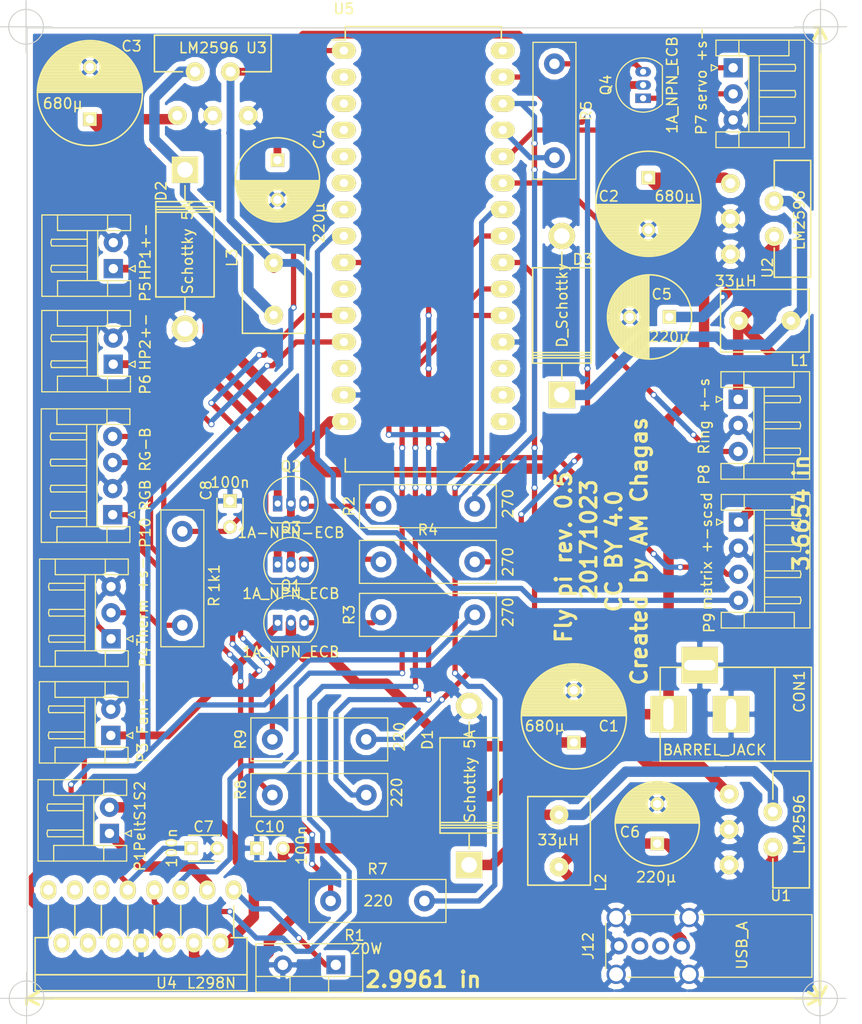
<source format=kicad_pcb>
(kicad_pcb (version 4) (host pcbnew 4.0.7-e2-6376~58~ubuntu16.04.1)
  (layers (0 F.Cu signal) (31 B.Cu signal) (34 B.Paste user) (35 F.Paste user) (36 B.SilkS user) (37 F.SilkS user) (38 B.Mask user) (39 F.Mask user) (44 Edge.Cuts user))
  (net 0 "")
  (net 1 "Net-(1k1-Pad1)")
  (net 2 "Net-(1k1-Pad2)")
  (net 3 "Net-(C1-Pad1)")
  (net 4 "Net-(C4-Pad1)")
  (net 5 "Net-(C5-Pad1)")
  (net 6 "Net-(C6-Pad1)")
  (net 7 "Net-(C7-Pad1)")
  (net 8 "Net-(D1-Pad1)")
  (net 9 "Net-(D2-Pad1)")
  (net 10 "Net-(D3-Pad1)")
  (net 11 "Net-(P1-Pad2)")
  (net 12 "Net-(P1-Pad1)")
  (net 13 "Net-(P3-Pad1)")
  (net 14 "Net-(P5-Pad1)")
  (net 15 "Net-(P6-Pad1)")
  (net 16 "Net-(P7-Pad2)")
  (net 17 "Net-(P7-Pad1)")
  (net 18 "Net-(P8-Pad3)")
  (net 19 "Net-(P9-Pad3)")
  (net 20 "Net-(P9-Pad4)")
  (net 21 "Net-(P10-Pad3)")
  (net 22 "Net-(P10-Pad4)")
  (net 23 "Net-(P10-Pad1)")
  (net 24 "Net-(Q1-Pad3)")
  (net 25 "Net-(Q2-Pad3)")
  (net 26 "Net-(Q3-Pad3)")
  (net 27 "Net-(Q4-Pad3)")
  (net 28 "Net-(R2-Pad2)")
  (net 29 "Net-(R3-Pad2)")
  (net 30 "Net-(R4-Pad2)")
  (net 31 "Net-(R5-Pad2)")
  (net 32 "Net-(R7-Pad2)")
  (net 33 "Net-(R8-Pad2)")
  (net 34 "Net-(R9-Pad2)")
  (net 35 "Net-(U4-Pad5)")
  (net 36 "Net-(U4-Pad7)")
  (net 37 "Net-(U4-Pad10)")
  (net 38 "Net-(U4-Pad11)")
  (net 39 "Net-(U4-Pad12)")
  (net 40 "Net-(U4-Pad13)")
  (net 41 "Net-(U4-Pad14)")
  (net 42 "Net-(U4-Pad15)")
  (net 43 "Net-(U5-Pad2)")
  (net 44 "Net-(U5-Pad3)")
  (net 45 "Net-(U5-Pad4)")
  (net 46 "Net-(U5-Pad5)")
  (net 47 "Net-(U5-Pad6)")
  (net 48 "Net-(U5-Pad7)")
  (net 49 "Net-(U5-Pad10)")
  (net 50 "Net-(U5-Pad13)")
  (net 51 "Net-(U5-Pad18)")
  (net 52 GND)
  (net 53 "Net-(U5-Pad30)")
  (net 54 "Net-(U5-Pad16)")
  (net 55 "Net-(U5-Pad17)")
  (net 56 "Net-(J12-Pad2)")
  (net 57 "Net-(J12-Pad3)")
  (net 58 "Net-(R1-Pad1)")
  (module arduino_nano:DIP-30_W15.24mm_LongPads (layer F.Cu) (at 135.382 43.18)
    (fp_text reference U5 (at 0 -4) (layer F.SilkS))
    (fp_text value arduino_mini)
    (pad 1 thru_hole oval (at 0 0) (size 2.3 1.6) (drill 0.8) (layers *.Cu *.Mask F.SilkS) (net 29 "Net-(R3-Pad2)"))
    (pad 2 thru_hole oval (at 0 2.54) (size 2.3 1.6) (drill 0.8) (layers *.Cu *.Mask F.SilkS) (net 43 "Net-(U5-Pad2)"))
    (pad 3 thru_hole oval (at 0 5.08) (size 2.3 1.6) (drill 0.8) (layers *.Cu *.Mask F.SilkS) (net 44 "Net-(U5-Pad3)"))
    (pad 4 thru_hole oval (at 0 7.62) (size 2.3 1.6) (drill 0.8) (layers *.Cu *.Mask F.SilkS) (net 45 "Net-(U5-Pad4)"))
    (pad 5 thru_hole oval (at 0 10.16) (size 2.3 1.6) (drill 0.8) (layers *.Cu *.Mask F.SilkS) (net 46 "Net-(U5-Pad5)"))
    (pad 6 thru_hole oval (at 0 12.7) (size 2.3 1.6) (drill 0.8) (layers *.Cu *.Mask F.SilkS) (net 47 "Net-(U5-Pad6)"))
    (pad 7 thru_hole oval (at 0 15.24) (size 2.3 1.6) (drill 0.8) (layers *.Cu *.Mask F.SilkS) (net 48 "Net-(U5-Pad7)"))
    (pad 8 thru_hole oval (at 0 17.78) (size 2.3 1.6) (drill 0.8) (layers *.Cu *.Mask F.SilkS) (net 20 "Net-(P9-Pad4)"))
    (pad 9 thru_hole oval (at 0 20.32) (size 2.3 1.6) (drill 0.8) (layers *.Cu *.Mask F.SilkS) (net 19 "Net-(P9-Pad3)"))
    (pad 10 thru_hole oval (at 0 22.86) (size 2.3 1.6) (drill 0.8) (layers *.Cu *.Mask F.SilkS) (net 49 "Net-(U5-Pad10)"))
    (pad 11 thru_hole oval (at 0 25.4) (size 2.3 1.6) (drill 0.8) (layers *.Cu *.Mask F.SilkS) (net 1 "Net-(1k1-Pad1)"))
    (pad 12 thru_hole oval (at 0 27.94) (size 2.3 1.6) (drill 0.8) (layers *.Cu *.Mask F.SilkS) (net 7 "Net-(C7-Pad1)"))
    (pad 13 thru_hole oval (at 0 30.48) (size 2.3 1.6) (drill 0.8) (layers *.Cu *.Mask F.SilkS) (net 50 "Net-(U5-Pad13)"))
    (pad 14 thru_hole oval (at 0 33.02) (size 2.3 1.6) (drill 0.8) (layers *.Cu *.Mask F.SilkS) (net 52 GND))
    (pad 15 thru_hole oval (at 0 35.56) (size 2.3 1.6) (drill 0.8) (layers *.Cu *.Mask F.SilkS) (net 3 "Net-(C1-Pad1)"))
    (pad 16 thru_hole oval (at 15.24 35.56) (size 2.3 1.6) (drill 0.8) (layers *.Cu *.Mask F.SilkS) (net 54 "Net-(U5-Pad16)"))
    (pad 17 thru_hole oval (at 15.24 33.02) (size 2.3 1.6) (drill 0.8) (layers *.Cu *.Mask F.SilkS) (net 55 "Net-(U5-Pad17)"))
    (pad 18 thru_hole oval (at 15.24 30.48) (size 2.3 1.6) (drill 0.8) (layers *.Cu *.Mask F.SilkS) (net 51 "Net-(U5-Pad18)"))
    (pad 19 thru_hole oval (at 15.24 27.94) (size 2.3 1.6) (drill 0.8) (layers *.Cu *.Mask F.SilkS) (net 52 GND))
    (pad 20 thru_hole oval (at 15.24 25.4) (size 2.3 1.6) (drill 0.8) (layers *.Cu *.Mask F.SilkS) (net 36 "Net-(U4-Pad7)"))
    (pad 21 thru_hole oval (at 15.24 22.86) (size 2.3 1.6) (drill 0.8) (layers *.Cu *.Mask F.SilkS) (net 35 "Net-(U4-Pad5)"))
    (pad 22 thru_hole oval (at 15.24 20.32) (size 2.3 1.6) (drill 0.8) (layers *.Cu *.Mask F.SilkS) (net 34 "Net-(R9-Pad2)"))
    (pad 23 thru_hole oval (at 15.24 17.78) (size 2.3 1.6) (drill 0.8) (layers *.Cu *.Mask F.SilkS) (net 33 "Net-(R8-Pad2)"))
    (pad 24 thru_hole oval (at 15.24 15.24) (size 2.3 1.6) (drill 0.8) (layers *.Cu *.Mask F.SilkS) (net 32 "Net-(R7-Pad2)"))
    (pad 25 thru_hole oval (at 15.24 12.7) (size 2.3 1.6) (drill 0.8) (layers *.Cu *.Mask F.SilkS) (net 18 "Net-(P8-Pad3)"))
    (pad 26 thru_hole oval (at 15.24 10.16) (size 2.3 1.6) (drill 0.8) (layers *.Cu *.Mask F.SilkS) (net 16 "Net-(P7-Pad2)"))
    (pad 27 thru_hole oval (at 15.24 7.62) (size 2.3 1.6) (drill 0.8) (layers *.Cu *.Mask F.SilkS) (net 31 "Net-(R5-Pad2)"))
    (pad 28 thru_hole oval (at 15.24 5.08) (size 2.3 1.6) (drill 0.8) (layers *.Cu *.Mask F.SilkS) (net 28 "Net-(R2-Pad2)"))
    (pad 29 thru_hole oval (at 15.24 2.54) (size 2.3 1.6) (drill 0.8) (layers *.Cu *.Mask F.SilkS) (net 30 "Net-(R4-Pad2)"))
    (pad 30 thru_hole oval (at 15.24 0) (size 2.3 1.6) (drill 0.8) (layers *.Cu *.Mask F.SilkS) (net 53 "Net-(U5-Pad30)"))
  )
  (module Capacitors_ThroughHole:C_Radial_D10_L21_P5 (layer F.Cu) (at 164.59 55.37 270)
    (fp_text reference C2 (at 1.78 3.808 360) (layer F.SilkS))
    (fp_text value 680µ (at 1.78 -2.542 360) (layer F.SilkS))
    (pad 1 thru_hole rect (at 0 0 270) (size 1.3 1.3) (drill 0.8) (layers *.Cu *.Mask F.SilkS) (net 3 "Net-(C1-Pad1)"))
    (pad 2 thru_hole circle (at 5 0 270) (size 1.3 1.3) (drill 0.8) (layers *.Cu *.Mask F.SilkS) (net 52 GND))
  )
  (module Capacitors_ThroughHole:C_Radial_D10_L21_P5 (layer F.Cu) (at 111.02 49.76 90)
    (fp_text reference C3 (at 7 4 180) (layer F.SilkS))
    (fp_text value 680µ (at 1.5 -2.562 180) (layer F.SilkS))
    (pad 1 thru_hole rect (at 0 0 90) (size 1.3 1.3) (drill 0.8) (layers *.Cu *.Mask F.SilkS) (net 3 "Net-(C1-Pad1)"))
    (pad 2 thru_hole circle (at 5 0 90) (size 1.3 1.3) (drill 0.8) (layers *.Cu *.Mask F.SilkS) (net 52 GND))
  )
  (module Capacitors_ThroughHole:C_Radial_D10_L21_P5 (layer F.Cu) (at 157.44 109.52 90)
    (fp_text reference C1 (at 1.57 3.342 180) (layer F.SilkS))
    (fp_text value 680µ (at 1.57 -2.754 180) (layer F.SilkS))
    (pad 1 thru_hole rect (at 0 0 90) (size 1.3 1.3) (drill 0.8) (layers *.Cu *.Mask F.SilkS) (net 3 "Net-(C1-Pad1)"))
    (pad 2 thru_hole circle (at 5 0 90) (size 1.3 1.3) (drill 0.8) (layers *.Cu *.Mask F.SilkS) (net 52 GND))
  )
  (module Capacitors_ThroughHole:C_Radial_D8_L13_P3.8 (layer F.Cu) (at 129.01 53.68 270)
    (fp_text reference C4 (at -2 -4 270) (layer F.SilkS))
    (fp_text value 220µ (at 6 -4 270) (layer F.SilkS))
    (pad 1 thru_hole rect (at 0 0 270) (size 1.3 1.3) (drill 0.8) (layers *.Cu *.Mask F.SilkS) (net 4 "Net-(C4-Pad1)"))
    (pad 2 thru_hole circle (at 3.8 0 270) (size 1.3 1.3) (drill 0.8) (layers *.Cu *.Mask F.SilkS) (net 52 GND))
  )
  (module Capacitors_ThroughHole:C_Radial_D8_L13_P3.8 (layer F.Cu) (at 166.6 68.72 180)
    (fp_text reference C5 (at 0.738 2.172 180) (layer F.SilkS))
    (fp_text value 220µ (at -0.024 -1.892 180) (layer F.SilkS))
    (pad 1 thru_hole rect (at 0 0 180) (size 1.3 1.3) (drill 0.8) (layers *.Cu *.Mask F.SilkS) (net 5 "Net-(C5-Pad1)"))
    (pad 2 thru_hole circle (at 3.8 0 180) (size 1.3 1.3) (drill 0.8) (layers *.Cu *.Mask F.SilkS) (net 52 GND))
  )
  (module Capacitors_ThroughHole:C_Radial_D8_L13_P3.8 (layer F.Cu) (at 165.44 119.21 90)
    (fp_text reference C6 (at 1.1 -2.626 180) (layer F.SilkS))
    (fp_text value 220µ (at -3.218 -0.086 180) (layer F.SilkS))
    (pad 1 thru_hole rect (at 0 0 90) (size 1.3 1.3) (drill 0.8) (layers *.Cu *.Mask F.SilkS) (net 6 "Net-(C6-Pad1)"))
    (pad 2 thru_hole circle (at 3.8 0 90) (size 1.3 1.3) (drill 0.8) (layers *.Cu *.Mask F.SilkS) (net 52 GND))
  )
  (module Capacitors_ThroughHole:C_Disc_D3_P2.5 (layer F.Cu) (at 120.73 119.66)
    (fp_text reference C7 (at 1.19 -2.058) (layer F.SilkS))
    (fp_text value 100n (at -1.858 -0.026 90) (layer F.SilkS))
    (pad 1 thru_hole rect (at 0 0) (size 1.3 1.3) (drill 0.8) (layers *.Cu *.Mask F.SilkS) (net 7 "Net-(C7-Pad1)"))
    (pad 2 thru_hole circle (at 2.5 0) (size 1.3 1.3) (drill 0.8001) (layers *.Cu *.Mask F.SilkS) (net 52 GND))
  )
  (module Capacitors_ThroughHole:C_Disc_D3_P2.5 (layer F.Cu) (at 124.46 86.36 270)
    (fp_text reference C8 (at -1.016 2.286 270) (layer F.SilkS))
    (fp_text value 100n (at -1.778 0 360) (layer F.SilkS))
    (pad 1 thru_hole rect (at 0 0 270) (size 1.3 1.3) (drill 0.8) (layers *.Cu *.Mask F.SilkS) (net 52 GND))
    (pad 2 thru_hole circle (at 2.5 0 270) (size 1.3 1.3) (drill 0.8001) (layers *.Cu *.Mask F.SilkS) (net 1 "Net-(1k1-Pad1)"))
  )
  (module Capacitors_ThroughHole:C_Disc_D3_P2.5 (layer F.Cu) (at 127.04 119.66)
    (fp_text reference C10 (at 1.23 -2.058) (layer F.SilkS))
    (fp_text value 100n (at 4.278 -0.28 90) (layer F.SilkS))
    (pad 1 thru_hole rect (at 0 0) (size 1.3 1.3) (drill 0.8) (layers *.Cu *.Mask F.SilkS) (net 52 GND))
    (pad 2 thru_hole circle (at 2.5 0) (size 1.3 1.3) (drill 0.8001) (layers *.Cu *.Mask F.SilkS) (net 3 "Net-(C1-Pad1)"))
  )
  (module Connect:BARREL_JACK (layer F.Cu) (at 172.72 106.81 180)
    (fp_text reference CON1 (at -6.35 2.162 270) (layer F.SilkS))
    (fp_text value BARREL_JACK (at 1.778 -3.426 360) (layer F.SilkS))
    (pad 1 thru_hole rect (at 6.20014 0 180) (size 3.50012 3.50012) (drill oval 1.00076 2.99974) (layers *.Cu *.Mask F.SilkS) (net 3 "Net-(C1-Pad1)"))
    (pad 2 thru_hole rect (at 0.20066 0 180) (size 3.50012 3.50012) (drill oval 1.00076 2.99974) (layers *.Cu *.Mask F.SilkS) (net 52 GND))
    (pad 3 thru_hole rect (at 3.2004 4.699 180) (size 3.50012 3.50012) (drill oval 2.99974 1.00076) (layers *.Cu *.Mask F.SilkS) (net 52 GND))
  )
  (module Diodes_ThroughHole:Diode_DO-201AD_Horizontal_RM15 (layer F.Cu) (at 147.4 121.26 90)
    (fp_text reference D1 (at 12 -4 90) (layer F.SilkS))
    (fp_text value "Schottky 5A" (at 8.49 0.07 90) (layer F.SilkS))
    (pad 2 thru_hole circle (at 15.24122 -0.00296 270) (size 2.54 2.54) (drill 1.50114) (layers *.Cu *.Mask F.SilkS) (net 52 GND))
    (pad 1 thru_hole rect (at 0.00122 -0.00296 270) (size 2.54 2.54) (drill 1.50114) (layers *.Cu *.Mask F.SilkS) (net 8 "Net-(D1-Pad1)"))
  )
  (module Diodes_ThroughHole:Diode_DO-201AD_Horizontal_RM15 (layer F.Cu) (at 120.14 54.61 270)
    (fp_text reference D2 (at 2.032 2.284 270) (layer F.SilkS))
    (fp_text value "Schottky 5A" (at 7.49 -0.25 270) (layer F.SilkS))
    (pad 2 thru_hole circle (at 15.24122 -0.00296 90) (size 2.54 2.54) (drill 1.50114) (layers *.Cu *.Mask F.SilkS) (net 52 GND))
    (pad 1 thru_hole rect (at 0.00122 -0.00296 90) (size 2.54 2.54) (drill 1.50114) (layers *.Cu *.Mask F.SilkS) (net 9 "Net-(D2-Pad1)"))
  )
  (module Diodes_ThroughHole:Diode_DO-201AD_Horizontal_RM15 (layer F.Cu) (at 156.29 76.2 90)
    (fp_text reference D3 (at 13 2 180) (layer F.SilkS))
    (fp_text value D_Schottky (at 8.59 0.03 90) (layer F.SilkS))
    (pad 2 thru_hole circle (at 15.24122 -0.00296 270) (size 2.54 2.54) (drill 1.50114) (layers *.Cu *.Mask F.SilkS) (net 52 GND))
    (pad 1 thru_hole rect (at 0.00122 -0.00296 270) (size 2.54 2.54) (drill 1.50114) (layers *.Cu *.Mask F.SilkS) (net 10 "Net-(D3-Pad1)"))
  )
  (module Inductors_NEOSID:Neosid_Inductor_MA-Bs75 (layer F.Cu) (at 175.76 69.08 180)
    (fp_text reference L1 (at -3.31 -3.818 180) (layer F.SilkS))
    (fp_text value 33µH (at 2.786 3.802 180) (layer F.SilkS))
    (pad 1 thru_hole circle (at -2.49936 0) (size 1.80086 1.80086) (drill 0.8001) (layers *.Cu *.Mask F.SilkS) (net 10 "Net-(D3-Pad1)"))
    (pad 2 thru_hole circle (at 2.49936 0) (size 1.80086 1.80086) (drill 0.8001) (layers *.Cu *.Mask F.SilkS) (net 5 "Net-(C5-Pad1)"))
  )
  (module Inductors_NEOSID:Neosid_Inductor_MA-Bs75 (layer F.Cu) (at 156.02 118.95 270)
    (fp_text reference L2 (at 4 -4 270) (layer F.SilkS))
    (fp_text value 33µH (at -0.078 0.064 360) (layer F.SilkS))
    (pad 1 thru_hole circle (at -2.49936 0 90) (size 1.80086 1.80086) (drill 0.8001) (layers *.Cu *.Mask F.SilkS) (net 8 "Net-(D1-Pad1)"))
    (pad 2 thru_hole circle (at 2.49936 0 90) (size 1.80086 1.80086) (drill 0.8001) (layers *.Cu *.Mask F.SilkS) (net 6 "Net-(C6-Pad1)"))
  )
  (module Inductors_NEOSID:Neosid_Inductor_MA-Bs75 (layer F.Cu) (at 128.65 66.04 90)
    (fp_text reference L3 (at 3 -4 90) (layer F.SilkS))
    (fp_text value 33µH)
    (pad 1 thru_hole circle (at -2.49936 0 270) (size 1.80086 1.80086) (drill 0.8001) (layers *.Cu *.Mask F.SilkS) (net 9 "Net-(D2-Pad1)"))
    (pad 2 thru_hole circle (at 2.49936 0 270) (size 1.80086 1.80086) (drill 0.8001) (layers *.Cu *.Mask F.SilkS) (net 4 "Net-(C4-Pad1)"))
  )
  (module footprints:LM2596 (layer F.Cu) (at 176.53 117.86 270)
    (fp_text reference U1 (at 6.346 -0.762 360) (layer F.SilkS))
    (fp_text value LM2596 (at -0.512 -2.54 270) (layer F.SilkS))
    (pad 3 thru_hole circle (at 0 4.2 270) (size 1.8 1.8) (drill 0.95) (layers *.Cu *.Mask F.SilkS) (net 52 GND))
    (pad 5 thru_hole circle (at 3.4 4.2 270) (size 1.8 1.8) (drill 0.95) (layers *.Cu *.Mask F.SilkS) (net 52 GND))
    (pad 1 thru_hole circle (at -3.4 4.2 270) (size 1.8 1.8) (drill 0.95) (layers *.Cu *.Mask F.SilkS) (net 3 "Net-(C1-Pad1)"))
    (pad 2 thru_hole circle (at -1.7 0 270) (size 1.8 1.8) (drill 0.95) (layers *.Cu *.Mask F.SilkS) (net 8 "Net-(D1-Pad1)"))
    (pad 4 thru_hole circle (at 1.7 0 270) (size 1.8 1.8) (drill 0.95) (layers *.Cu *.Mask F.SilkS) (net 6 "Net-(C6-Pad1)"))
  )
  (module footprints:LM2596 (layer F.Cu) (at 176.66 59.31 270)
    (fp_text reference U2 (at 4.698 0.638 270) (layer F.SilkS))
    (fp_text value LM2596 (at 0.126 -2.41 270) (layer F.SilkS))
    (pad 3 thru_hole circle (at 0 4.2 270) (size 1.8 1.8) (drill 0.95) (layers *.Cu *.Mask F.SilkS) (net 52 GND))
    (pad 5 thru_hole circle (at 3.4 4.2 270) (size 1.8 1.8) (drill 0.95) (layers *.Cu *.Mask F.SilkS) (net 52 GND))
    (pad 1 thru_hole circle (at -3.4 4.2 270) (size 1.8 1.8) (drill 0.95) (layers *.Cu *.Mask F.SilkS) (net 3 "Net-(C1-Pad1)"))
    (pad 2 thru_hole circle (at -1.7 0 270) (size 1.8 1.8) (drill 0.95) (layers *.Cu *.Mask F.SilkS) (net 10 "Net-(D3-Pad1)"))
    (pad 4 thru_hole circle (at 1.7 0 270) (size 1.8 1.8) (drill 0.95) (layers *.Cu *.Mask F.SilkS) (net 5 "Net-(C5-Pad1)"))
  )
  (module footprints:LM2596 (layer F.Cu) (at 122.81 45.21)
    (fp_text reference U3 (at 4.19 -2.284) (layer F.SilkS))
    (fp_text value LM2596 (at -0.382 -2.284) (layer F.SilkS))
    (pad 3 thru_hole circle (at 0 4.2) (size 1.8 1.8) (drill 0.95) (layers *.Cu *.Mask F.SilkS) (net 52 GND))
    (pad 5 thru_hole circle (at 3.4 4.2) (size 1.8 1.8) (drill 0.95) (layers *.Cu *.Mask F.SilkS) (net 52 GND))
    (pad 1 thru_hole circle (at -3.4 4.2) (size 1.8 1.8) (drill 0.95) (layers *.Cu *.Mask F.SilkS) (net 3 "Net-(C1-Pad1)"))
    (pad 2 thru_hole circle (at -1.7 0) (size 1.8 1.8) (drill 0.95) (layers *.Cu *.Mask F.SilkS) (net 9 "Net-(D2-Pad1)"))
    (pad 4 thru_hole circle (at 1.7 0) (size 1.8 1.8) (drill 0.95) (layers *.Cu *.Mask F.SilkS) (net 4 "Net-(C4-Pad1)"))
  )
  (module TO_SOT_Packages_THT:Multiwatt_15_Vertical (layer F.Cu) (at 124.82 123.66 180)
    (fp_text reference U4 (at 6.456 -8.928 180) (layer F.SilkS))
    (fp_text value L298N (at 2.138 -8.928 180) (layer F.SilkS))
    (pad 1 thru_hole oval (at 0 0 180) (size 1.524 1.824) (drill 0.95) (layers *.Cu *.Mask F.SilkS) (net 58 "Net-(R1-Pad1)"))
    (pad 2 thru_hole oval (at 1.27 -5.08 180) (size 1.524 1.824) (drill 0.95) (layers *.Cu *.Mask F.SilkS) (net 11 "Net-(P1-Pad2)"))
    (pad 3 thru_hole oval (at 2.54 0 180) (size 1.524 1.824) (drill 0.95) (layers *.Cu *.Mask F.SilkS) (net 12 "Net-(P1-Pad1)"))
    (pad 4 thru_hole oval (at 3.81 -5.08 180) (size 1.524 1.824) (drill 0.95) (layers *.Cu *.Mask F.SilkS) (net 3 "Net-(C1-Pad1)"))
    (pad 5 thru_hole oval (at 5.08 0 180) (size 1.524 1.824) (drill 0.95) (layers *.Cu *.Mask F.SilkS) (net 35 "Net-(U4-Pad5)"))
    (pad 6 thru_hole oval (at 6.35 -5.08 180) (size 1.524 1.824) (drill 0.95) (layers *.Cu *.Mask F.SilkS) (net 29 "Net-(R3-Pad2)"))
    (pad 7 thru_hole oval (at 7.62 0 180) (size 1.524 1.824) (drill 0.95) (layers *.Cu *.Mask F.SilkS) (net 36 "Net-(U4-Pad7)"))
    (pad 8 thru_hole oval (at 8.89 -5.08 180) (size 1.524 1.824) (drill 0.95) (layers *.Cu *.Mask F.SilkS) (net 52 GND))
    (pad 9 thru_hole oval (at 10.16 0 180) (size 1.524 1.824) (drill 0.95) (layers *.Cu *.Mask F.SilkS) (net 7 "Net-(C7-Pad1)"))
    (pad 10 thru_hole oval (at 11.43 -5.08 180) (size 1.524 1.824) (drill 0.95) (layers *.Cu *.Mask F.SilkS) (net 37 "Net-(U4-Pad10)"))
    (pad 11 thru_hole oval (at 12.7 0 180) (size 1.524 1.824) (drill 0.95) (layers *.Cu *.Mask F.SilkS) (net 38 "Net-(U4-Pad11)"))
    (pad 12 thru_hole oval (at 13.97 -5.08 180) (size 1.524 1.824) (drill 0.95) (layers *.Cu *.Mask F.SilkS) (net 39 "Net-(U4-Pad12)"))
    (pad 13 thru_hole oval (at 15.24 0 180) (size 1.524 1.824) (drill 0.95) (layers *.Cu *.Mask F.SilkS) (net 40 "Net-(U4-Pad13)"))
    (pad 14 thru_hole oval (at 16.51 -5.08 180) (size 1.524 1.824) (drill 0.95) (layers *.Cu *.Mask F.SilkS) (net 41 "Net-(U4-Pad14)"))
    (pad 15 thru_hole oval (at 17.78 0 180) (size 1.524 1.824) (drill 0.95) (layers *.Cu *.Mask F.SilkS) (net 42 "Net-(U4-Pad15)"))
  )
  (module Resistors_THT:R_Box_L13.0mm_W4.0mm_P9.00mm (layer F.Cu) (at 119.89 89.28 270)
    (fp_text reference 1k1 (at 4.5 -3.06 270) (layer F.SilkS))
    (fp_text value R (at 6.732 -3.046 270) (layer F.SilkS))
    (pad 1 thru_hole circle (at 0 0 270) (size 2 2) (drill 1) (layers *.Cu *.Mask) (net 1 "Net-(1k1-Pad1)"))
    (pad 2 thru_hole circle (at 9 0 270) (size 2 2) (drill 1) (layers *.Cu *.Mask) (net 2 "Net-(1k1-Pad2)"))
  )
  (module Connectors:USB_A_Vertical (layer F.Cu) (at 167.77 129.03 270)
    (fp_text reference J12 (at 0 8.95 270) (layer F.SilkS))
    (fp_text value USB_A (at -0.05 -5.8 270) (layer F.SilkS))
    (pad 1 thru_hole circle (at 0 0 270) (size 1.62 1.62) (drill 0.92) (layers *.Cu *.Mask) (net 6 "Net-(C6-Pad1)"))
    (pad 2 thru_hole circle (at 0 2 270) (size 1.62 1.62) (drill 0.92) (layers *.Cu *.Mask) (net 56 "Net-(J12-Pad2)"))
    (pad 3 thru_hole circle (at 0 4 270) (size 1.62 1.62) (drill 0.92) (layers *.Cu *.Mask) (net 57 "Net-(J12-Pad3)"))
    (pad 5 thru_hole circle (at 2.72 -0.73 270) (size 1.85 1.85) (drill 1.35) (layers *.Cu *.Mask) (net 52 GND))
    (pad 4 thru_hole circle (at 0 6 270) (size 1.62 1.62) (drill 0.92) (layers *.Cu *.Mask) (net 52 GND))
    (pad 5 thru_hole circle (at 2.72 6.27 270) (size 1.85 1.85) (drill 1.35) (layers *.Cu *.Mask) (net 52 GND))
    (pad 5 thru_hole circle (at -2.72 -0.73 270) (size 1.85 1.85) (drill 1.35) (layers *.Cu *.Mask) (net 52 GND))
    (pad 5 thru_hole circle (at -2.72 6.27 270) (size 1.85 1.85) (drill 1.35) (layers *.Cu *.Mask) (net 52 GND))
  )
  (module Connectors_JST:JST_EH_S02B-EH_02x2.50mm_Angled (layer F.Cu) (at 112.9 118.24 90)
    (fp_text reference P1 (at -2.664 2.924 90) (layer F.SilkS))
    (fp_text value PeltS1S2 (at 1.654 2.924 90) (layer F.SilkS))
    (pad 1 thru_hole rect (at 0 0 90) (size 1.85 1.85) (drill 0.9) (layers *.Cu *.Mask) (net 12 "Net-(P1-Pad1)"))
    (pad 2 thru_hole circle (at 2.5 0 90) (size 1.85 1.85) (drill 0.9) (layers *.Cu *.Mask) (net 11 "Net-(P1-Pad2)"))
  )
  (module Connectors_JST:JST_EH_S02B-EH_02x2.50mm_Angled (layer F.Cu) (at 113.03 108.84 90)
    (fp_text reference P3 (at -1.65 3.048 90) (layer F.SilkS))
    (fp_text value Fan+- (at 2.668 3.048 90) (layer F.SilkS))
    (pad 1 thru_hole rect (at 0 0 90) (size 1.85 1.85) (drill 0.9) (layers *.Cu *.Mask) (net 13 "Net-(P3-Pad1)"))
    (pad 2 thru_hole circle (at 2.5 0 90) (size 1.85 1.85) (drill 0.9) (layers *.Cu *.Mask) (net 52 GND))
  )
  (module Connectors_JST:JST_EH_S03B-EH_03x2.50mm_Angled (layer F.Cu) (at 113.05 99.58 90)
    (fp_text reference P4 (at -1.766 3.282 90) (layer F.SilkS))
    (fp_text value "Therm +s-" (at 3.568 3.028 90) (layer F.SilkS))
    (pad 1 thru_hole rect (at 0 0 90) (size 1.85 1.85) (drill 0.9) (layers *.Cu *.Mask) (net 7 "Net-(C7-Pad1)"))
    (pad 2 thru_hole circle (at 2.5 0 90) (size 1.85 1.85) (drill 0.9) (layers *.Cu *.Mask) (net 2 "Net-(1k1-Pad2)"))
    (pad 3 thru_hole circle (at 5 0 90) (size 1.85 1.85) (drill 0.9) (layers *.Cu *.Mask) (net 52 GND))
  )
  (module Connectors_JST:JST_EH_S02B-EH_02x2.50mm_Angled (layer F.Cu) (at 113.27 64.09 90)
    (fp_text reference P5 (at -2.204 3.062 90) (layer F.SilkS))
    (fp_text value HP1+- (at 1.606 3.062 90) (layer F.SilkS))
    (pad 1 thru_hole rect (at 0 0 90) (size 1.85 1.85) (drill 0.9) (layers *.Cu *.Mask) (net 14 "Net-(P5-Pad1)"))
    (pad 2 thru_hole circle (at 2.5 0 90) (size 1.85 1.85) (drill 0.9) (layers *.Cu *.Mask) (net 52 GND))
  )
  (module Connectors_JST:JST_EH_S02B-EH_02x2.50mm_Angled (layer F.Cu) (at 113.26 73.25 90)
    (fp_text reference P6 (at -1.934 3.072 90) (layer F.SilkS))
    (fp_text value HP2+- (at 2.13 3.072 90) (layer F.SilkS))
    (pad 1 thru_hole rect (at 0 0 90) (size 1.85 1.85) (drill 0.9) (layers *.Cu *.Mask) (net 15 "Net-(P6-Pad1)"))
    (pad 2 thru_hole circle (at 2.5 0 90) (size 1.85 1.85) (drill 0.9) (layers *.Cu *.Mask) (net 52 GND))
  )
  (module Connectors_JST:JST_EH_S03B-EH_03x2.50mm_Angled (layer F.Cu) (at 172.72 44.83 270)
    (fp_text reference P7 (at 5.462 3.048 270) (layer F.SilkS))
    (fp_text value "servo +s-" (at 0.128 3.048 270) (layer F.SilkS))
    (pad 1 thru_hole rect (at 0 0 270) (size 1.85 1.85) (drill 0.9) (layers *.Cu *.Mask) (net 17 "Net-(P7-Pad1)"))
    (pad 2 thru_hole circle (at 2.5 0 270) (size 1.85 1.85) (drill 0.9) (layers *.Cu *.Mask) (net 16 "Net-(P7-Pad2)"))
    (pad 3 thru_hole circle (at 5 0 270) (size 1.85 1.85) (drill 0.9) (layers *.Cu *.Mask) (net 52 GND))
  )
  (module Connectors_JST:JST_EH_S03B-EH_03x2.50mm_Angled (layer F.Cu) (at 173.2 76.62 270)
    (fp_text reference P8 (at 7.2 3.274 270) (layer F.SilkS))
    (fp_text value "Ring +-s" (at 1.612 3.274 270) (layer F.SilkS))
    (pad 1 thru_hole rect (at 0 0 270) (size 1.85 1.85) (drill 0.9) (layers *.Cu *.Mask) (net 5 "Net-(C5-Pad1)"))
    (pad 2 thru_hole circle (at 2.5 0 270) (size 1.85 1.85) (drill 0.9) (layers *.Cu *.Mask) (net 52 GND))
    (pad 3 thru_hole circle (at 5 0 270) (size 1.85 1.85) (drill 0.9) (layers *.Cu *.Mask) (net 18 "Net-(P8-Pad3)"))
  )
  (module Connectors_JST:JST_EH_S04B-EH_04x2.50mm_Angled (layer F.Cu) (at 173.23 88.39 270)
    (fp_text reference P9 (at 9.654 2.796 270) (layer F.SilkS))
    (fp_text value "matrix +-scsd" (at 2.796 3.05 270) (layer F.SilkS))
    (pad 1 thru_hole rect (at 0 0 270) (size 1.85 1.85) (drill 0.9) (layers *.Cu *.Mask) (net 5 "Net-(C5-Pad1)"))
    (pad 2 thru_hole circle (at 2.5 0 270) (size 1.85 1.85) (drill 0.9) (layers *.Cu *.Mask) (net 52 GND))
    (pad 3 thru_hole circle (at 5 0 270) (size 1.85 1.85) (drill 0.9) (layers *.Cu *.Mask) (net 19 "Net-(P9-Pad3)"))
    (pad 4 thru_hole circle (at 7.5 0 270) (size 1.85 1.85) (drill 0.9) (layers *.Cu *.Mask) (net 20 "Net-(P9-Pad4)"))
  )
  (module Connectors_JST:JST_EH_S04B-EH_04x2.50mm_Angled (layer F.Cu) (at 113.21 87.68 90)
    (fp_text reference P10 (at -1.728 3.122 90) (layer F.SilkS))
    (fp_text value "RGB RG-B" (at 4.368 3.122 90) (layer F.SilkS))
    (pad 1 thru_hole rect (at 0 0 90) (size 1.85 1.85) (drill 0.9) (layers *.Cu *.Mask) (net 23 "Net-(P10-Pad1)"))
    (pad 2 thru_hole circle (at 2.5 0 90) (size 1.85 1.85) (drill 0.9) (layers *.Cu *.Mask) (net 52 GND))
    (pad 3 thru_hole circle (at 5 0 90) (size 1.85 1.85) (drill 0.9) (layers *.Cu *.Mask) (net 21 "Net-(P10-Pad3)"))
    (pad 4 thru_hole circle (at 7.5 0 90) (size 1.85 1.85) (drill 0.9) (layers *.Cu *.Mask) (net 22 "Net-(P10-Pad4)"))
  )
  (module TO_SOT_Packages_THT:TO-92_Inline_Narrow_Oval (layer F.Cu) (at 129.032 98.044)
    (fp_text reference Q1 (at 1.27 -3.56) (layer F.SilkS))
    (fp_text value 1A_NPN_ECB (at 1.27 2.79) (layer F.SilkS))
    (pad 2 thru_hole oval (at 1.27 0 180) (size 0.9 1.5) (drill 0.6) (layers *.Cu *.Mask) (net 3 "Net-(C1-Pad1)"))
    (pad 3 thru_hole oval (at 2.54 0 180) (size 0.9 1.5) (drill 0.6) (layers *.Cu *.Mask) (net 24 "Net-(Q1-Pad3)"))
    (pad 1 thru_hole rect (at 0 0 180) (size 0.9 1.5) (drill 0.6) (layers *.Cu *.Mask) (net 13 "Net-(P3-Pad1)"))
  )
  (module TO_SOT_Packages_THT:TO-92_Inline_Narrow_Oval (layer F.Cu) (at 129.032 86.614)
    (fp_text reference Q2 (at 1.27 -3.56) (layer F.SilkS))
    (fp_text value 1A-NPN-ECB (at 1.27 2.79) (layer F.SilkS))
    (pad 2 thru_hole oval (at 1.27 0 180) (size 0.9 1.5) (drill 0.6) (layers *.Cu *.Mask) (net 4 "Net-(C4-Pad1)"))
    (pad 3 thru_hole oval (at 2.54 0 180) (size 0.9 1.5) (drill 0.6) (layers *.Cu *.Mask) (net 25 "Net-(Q2-Pad3)"))
    (pad 1 thru_hole rect (at 0 0 180) (size 0.9 1.5) (drill 0.6) (layers *.Cu *.Mask) (net 14 "Net-(P5-Pad1)"))
  )
  (module TO_SOT_Packages_THT:TO-92_Inline_Narrow_Oval (layer F.Cu) (at 129.032 92.456)
    (fp_text reference Q3 (at 1.27 -3.56) (layer F.SilkS))
    (fp_text value 1A_NPN_ECB (at 1.27 2.79) (layer F.SilkS))
    (pad 2 thru_hole oval (at 1.27 0 180) (size 0.9 1.5) (drill 0.6) (layers *.Cu *.Mask) (net 4 "Net-(C4-Pad1)"))
    (pad 3 thru_hole oval (at 2.54 0 180) (size 0.9 1.5) (drill 0.6) (layers *.Cu *.Mask) (net 26 "Net-(Q3-Pad3)"))
    (pad 1 thru_hole rect (at 0 0 180) (size 0.9 1.5) (drill 0.6) (layers *.Cu *.Mask) (net 15 "Net-(P6-Pad1)"))
  )
  (module TO_SOT_Packages_THT:TO-92_Inline_Narrow_Oval (layer F.Cu) (at 164.084 47.752 90)
    (fp_text reference Q4 (at 1.27 -3.56 90) (layer F.SilkS))
    (fp_text value 1A_NPN_ECB (at 1.27 2.79 90) (layer F.SilkS))
    (pad 2 thru_hole oval (at 1.27 0 270) (size 0.9 1.5) (drill 0.6) (layers *.Cu *.Mask) (net 4 "Net-(C4-Pad1)"))
    (pad 3 thru_hole oval (at 2.54 0 270) (size 0.9 1.5) (drill 0.6) (layers *.Cu *.Mask) (net 27 "Net-(Q4-Pad3)"))
    (pad 1 thru_hole rect (at 0 0 270) (size 0.9 1.5) (drill 0.6) (layers *.Cu *.Mask) (net 17 "Net-(P7-Pad1)"))
  )
  (module TO_SOT_Packages_THT:TO-220-2_Vertical (layer F.Cu) (at 134.61 130.84 180)
    (fp_text reference R1 (at -1.788 2.824 180) (layer F.SilkS))
    (fp_text value "20W " (at -3.312 1.554 180) (layer F.SilkS))
    (pad 1 thru_hole rect (at 0 0 180) (size 1.8 1.8) (drill 1) (layers *.Cu *.Mask) (net 58 "Net-(R1-Pad1)"))
    (pad 2 thru_hole oval (at 5.08 0 180) (size 1.8 1.8) (drill 1) (layers *.Cu *.Mask) (net 52 GND))
  )
  (module Resistors_THT:R_Box_L13.0mm_W4.0mm_P9.00mm (layer F.Cu) (at 138.938 86.868)
    (fp_text reference R2 (at -3.048 0 90) (layer F.SilkS))
    (fp_text value 270 (at 12.192 -0.254 90) (layer F.SilkS))
    (pad 1 thru_hole circle (at 0 0) (size 2 2) (drill 1) (layers *.Cu *.Mask) (net 25 "Net-(Q2-Pad3)"))
    (pad 2 thru_hole circle (at 9 0) (size 2 2) (drill 1) (layers *.Cu *.Mask) (net 28 "Net-(R2-Pad2)"))
  )
  (module Resistors_THT:R_Box_L13.0mm_W4.0mm_P9.00mm (layer F.Cu) (at 138.938 97.282)
    (fp_text reference R3 (at -3.048 0 90) (layer F.SilkS))
    (fp_text value 270 (at 12.192 -0.254 90) (layer F.SilkS))
    (pad 1 thru_hole circle (at 0 0) (size 2 2) (drill 1) (layers *.Cu *.Mask) (net 24 "Net-(Q1-Pad3)"))
    (pad 2 thru_hole circle (at 9 0) (size 2 2) (drill 1) (layers *.Cu *.Mask) (net 29 "Net-(R3-Pad2)"))
  )
  (module Resistors_THT:R_Box_L13.0mm_W4.0mm_P9.00mm (layer F.Cu) (at 138.938 92.202)
    (fp_text reference R4 (at 4.5 -3.06) (layer F.SilkS))
    (fp_text value 270 (at 12.192 0 90) (layer F.SilkS))
    (pad 1 thru_hole circle (at 0 0) (size 2 2) (drill 1) (layers *.Cu *.Mask) (net 26 "Net-(Q3-Pad3)"))
    (pad 2 thru_hole circle (at 9 0) (size 2 2) (drill 1) (layers *.Cu *.Mask) (net 30 "Net-(R4-Pad2)"))
  )
  (module Resistors_THT:R_Box_L13.0mm_W4.0mm_P9.00mm (layer F.Cu) (at 155.58 44.45 270)
    (fp_text reference R5 (at 4.5 -3.06 270) (layer F.SilkS))
    (fp_text value 270)
    (pad 1 thru_hole circle (at 0 0 270) (size 2 2) (drill 1) (layers *.Cu *.Mask) (net 27 "Net-(Q4-Pad3)"))
    (pad 2 thru_hole circle (at 9 0 270) (size 2 2) (drill 1) (layers *.Cu *.Mask) (net 31 "Net-(R5-Pad2)"))
  )
  (module Resistors_THT:R_Box_L13.0mm_W4.0mm_P9.00mm (layer F.Cu) (at 134.112 124.714)
    (fp_text reference R7 (at 4.5 -3.06) (layer F.SilkS))
    (fp_text value 220 (at 4.572 0) (layer F.SilkS))
    (pad 1 thru_hole circle (at 0 0) (size 2 2) (drill 1) (layers *.Cu *.Mask) (net 23 "Net-(P10-Pad1)"))
    (pad 2 thru_hole circle (at 9 0) (size 2 2) (drill 1) (layers *.Cu *.Mask) (net 32 "Net-(R7-Pad2)"))
  )
  (module Resistors_THT:R_Box_L13.0mm_W4.0mm_P9.00mm (layer F.Cu) (at 128.524 114.554)
    (fp_text reference R8 (at -3.048 -0.508 90) (layer F.SilkS))
    (fp_text value 220 (at 11.938 -0.254 90) (layer F.SilkS))
    (pad 1 thru_hole circle (at 0 0) (size 2 2) (drill 1) (layers *.Cu *.Mask) (net 21 "Net-(P10-Pad3)"))
    (pad 2 thru_hole circle (at 9 0) (size 2 2) (drill 1) (layers *.Cu *.Mask) (net 33 "Net-(R8-Pad2)"))
  )
  (module Resistors_THT:R_Box_L13.0mm_W4.0mm_P9.00mm (layer F.Cu) (at 128.524 109.22)
    (fp_text reference R9 (at -3.048 0 90) (layer F.SilkS))
    (fp_text value 220 (at 12.192 -0.254 90) (layer F.SilkS))
    (pad 1 thru_hole circle (at 0 0) (size 2 2) (drill 1) (layers *.Cu *.Mask) (net 22 "Net-(P10-Pad4)"))
    (pad 2 thru_hole circle (at 9 0) (size 2 2) (drill 1) (layers *.Cu *.Mask) (net 34 "Net-(R9-Pad2)"))
  )
  (target plus (at 104.95 134.05) (size 5) (width 0.1) (layer Edge.Cuts))
  (target plus (at 181.05 134.05) (size 5) (width 0.1) (layer Edge.Cuts))
  (gr_text "Fly pi rev. 0.5 \n  20171023\nCC BY 4.0\nCreated by AM Chagas\n\n" (at 161.29 91.186 90) (layer F.SilkS) (effects (font (size 1.5 1.5) (thickness 0.3))))
  (dimension 93.1 (width 0.3) (layer F.SilkS) (gr_text "93,100 mm" (at 181.05 87.5 270) (layer F.SilkS) (effects (font (size 1.5 1.5) (thickness 0.3)))) (feature1 (pts (xy 181.05 134.05) (xy 181.05 134.05))) (feature2 (pts (xy 181.05 40.95) (xy 181.05 40.95))) (crossbar (pts (xy 181.05 40.95) (xy 181.05 134.05))) (arrow1a (pts (xy 181.05 134.05) (xy 180.463579 132.923496))) (arrow1b (pts (xy 181.05 134.05) (xy 181.636421 132.923496))) (arrow2a (pts (xy 181.05 40.95) (xy 180.463579 42.076504))) (arrow2b (pts (xy 181.05 40.95) (xy 181.636421 42.076504))))
  (dimension 76.1 (width 0.3) (layer F.SilkS) (gr_text "76,100 mm" (at 143 134.05) (layer F.SilkS) (effects (font (size 1.5 1.5) (thickness 0.3)))) (feature1 (pts (xy 181.05 134.05) (xy 181.05 134.05))) (feature2 (pts (xy 104.95 134.05) (xy 104.95 134.05))) (crossbar (pts (xy 104.95 134.05) (xy 181.05 134.05))) (arrow1a (pts (xy 181.05 134.05) (xy 179.923496 134.636421))) (arrow1b (pts (xy 181.05 134.05) (xy 179.923496 133.463579))) (arrow2a (pts (xy 104.95 134.05) (xy 106.076504 134.636421))) (arrow2b (pts (xy 104.95 134.05) (xy 106.076504 133.463579))))
  (target plus (at 181.1 40.9) (size 5) (width 0.1) (layer Edge.Cuts))
  (target plus (at 104.9 40.9) (size 5) (width 0.1) (layer Edge.Cuts))
  (gr_line (start 181 134) (end 105 134) (angle 90) (layer Edge.Cuts) (width 0.1))
  (gr_line (start 181 41) (end 181 134) (angle 90) (layer Edge.Cuts) (width 0.1))
  (gr_line (start 105 41) (end 181 41) (angle 90) (layer Edge.Cuts) (width 0.1))
  (gr_line (start 105 134) (end 105 41) (angle 90) (layer Edge.Cuts) (width 0.1))
  (segment (start 135.382 68.58) (end 131.572 68.58) (width 0.5) (layer F.Cu) (net 1))
  (segment (start 126.492 86.828) (end 124.46 88.86) (width 0.5) (layer F.Cu) (net 1))
  (segment (start 126.492 80.772) (end 126.492 86.828) (width 0.5) (layer F.Cu) (net 1))
  (segment (start 122.682 76.962) (end 126.492 80.772) (width 0.5) (layer F.Cu) (net 1))
  (via (at 122.682 76.962) (size 0.6) (drill 0.4) (layers F.Cu B.Cu) (net 1))
  (segment (start 127.254 72.39) (end 122.682 76.962) (width 0.5) (layer B.Cu) (net 1))
  (via (at 127.254 72.39) (size 0.6) (drill 0.4) (layers F.Cu B.Cu) (net 1))
  (segment (start 127.762 72.39) (end 127.254 72.39) (width 0.5) (layer F.Cu) (net 1))
  (segment (start 131.572 68.58) (end 127.762 72.39) (width 0.5) (layer F.Cu) (net 1))
  (segment (start 119.89 89.28) (end 124.04 89.28) (width 0.5) (layer F.Cu) (net 1))
  (segment (start 124.04 89.28) (end 124.46 88.86) (width 0.5) (layer F.Cu) (net 1))
  (segment (start 119.89 98.28) (end 117.584 98.28) (width 0.5) (layer F.Cu) (net 2))
  (segment (start 116.384 97.08) (end 113.05 97.08) (width 0.5) (layer F.Cu) (net 2))
  (segment (start 117.584 98.28) (end 116.384 97.08) (width 0.5) (layer F.Cu) (net 2))
  (segment (start 131.1 80.92) (end 131.932 80.92) (width 1) (layer F.Cu) (net 3))
  (segment (start 134.112 78.74) (end 135.382 78.74) (width 1) (layer F.Cu) (net 3))
  (segment (start 131.932 80.92) (end 134.112 78.74) (width 1) (layer F.Cu) (net 3))
  (segment (start 130.302 100.076) (end 130.302 98.044) (width 1) (layer F.Cu) (net 3))
  (segment (start 131.572 101.346) (end 130.302 100.076) (width 1) (layer F.Cu) (net 3))
  (segment (start 134.112 101.346) (end 131.572 101.346) (width 1) (layer F.Cu) (net 3))
  (segment (start 136.652 103.886) (end 134.112 101.346) (width 1) (layer F.Cu) (net 3))
  (segment (start 111.02 49.76) (end 119.06 49.76) (width 1) (layer F.Cu) (net 3))
  (segment (start 119.06 49.76) (end 119.41 49.41) (width 1) (layer F.Cu) (net 3))
  (segment (start 116.37 53.05) (end 114.31 53.05) (width 1) (layer F.Cu) (net 3))
  (segment (start 114.31 53.05) (end 111.02 49.76) (width 1) (layer F.Cu) (net 3))
  (segment (start 133.54 83.36) (end 131.1 80.92) (width 1) (layer F.Cu) (net 3))
  (segment (start 116.37 53.05) (end 116.46 52.96) (width 1) (layer F.Cu) (net 3))
  (segment (start 116.37 58.77) (end 116.37 53.05) (width 1) (layer F.Cu) (net 3))
  (segment (start 123.39 65.79) (end 116.37 58.77) (width 1) (layer F.Cu) (net 3))
  (segment (start 123.39 70.77) (end 123.39 65.79) (width 1) (layer F.Cu) (net 3))
  (segment (start 131.1 78.48) (end 123.39 70.77) (width 1) (layer F.Cu) (net 3))
  (segment (start 131.1 80.92) (end 131.1 78.48) (width 1) (layer F.Cu) (net 3))
  (segment (start 166.51986 106.81) (end 166.51986 94.89986) (width 1) (layer F.Cu) (net 3))
  (segment (start 133.78 83.6) (end 133.54 83.36) (width 1) (layer F.Cu) (net 3))
  (segment (start 147.24 83.6) (end 133.78 83.6) (width 1) (layer F.Cu) (net 3))
  (segment (start 147.58 83.26) (end 147.24 83.6) (width 1) (layer F.Cu) (net 3))
  (segment (start 154.88 83.26) (end 147.58 83.26) (width 1) (layer F.Cu) (net 3))
  (segment (start 166.51986 94.89986) (end 154.88 83.26) (width 1) (layer F.Cu) (net 3))
  (segment (start 129.54 119.66) (end 129.54 120.6) (width 1) (layer F.Cu) (net 3))
  (segment (start 121.01 130.06) (end 121.01 128.74) (width 1) (layer F.Cu) (net 3))
  (segment (start 121.79 130.84) (end 121.01 130.06) (width 1) (layer F.Cu) (net 3))
  (segment (start 126.99 130.84) (end 121.79 130.84) (width 1) (layer F.Cu) (net 3))
  (segment (start 128.19 129.64) (end 126.99 130.84) (width 1) (layer F.Cu) (net 3))
  (segment (start 128.19 128.58) (end 128.19 129.64) (width 1) (layer F.Cu) (net 3))
  (segment (start 130.54 126.23) (end 128.19 128.58) (width 1) (layer F.Cu) (net 3))
  (segment (start 130.54 121.6) (end 130.54 126.23) (width 1) (layer F.Cu) (net 3))
  (segment (start 129.54 120.6) (end 130.54 121.6) (width 1) (layer F.Cu) (net 3))
  (segment (start 157.44 109.52) (end 154.69 109.52) (width 1) (layer F.Cu) (net 3))
  (segment (start 139.48 119.66) (end 129.54 119.66) (width 1) (layer F.Cu) (net 3))
  (segment (start 144.46 114.68) (end 139.48 119.66) (width 1) (layer F.Cu) (net 3))
  (segment (start 149.53 114.68) (end 144.46 114.68) (width 1) (layer F.Cu) (net 3))
  (segment (start 154.69 109.52) (end 154.33 109.88) (width 1) (layer F.Cu) (net 3))
  (segment (start 154.33 109.88) (end 149.53 114.68) (width 1) (layer F.Cu) (net 3))
  (segment (start 164.59 55.37) (end 171.92 55.37) (width 1) (layer F.Cu) (net 3))
  (segment (start 171.92 55.37) (end 172.46 55.91) (width 1) (layer F.Cu) (net 3))
  (segment (start 166.51986 106.81) (end 166.51986 78.57014) (width 1) (layer F.Cu) (net 3))
  (segment (start 169.93 60.71) (end 164.59 55.37) (width 1) (layer F.Cu) (net 3))
  (segment (start 169.93 75.16) (end 169.93 60.71) (width 1) (layer F.Cu) (net 3))
  (segment (start 166.51986 78.57014) (end 169.93 75.16) (width 1) (layer F.Cu) (net 3))
  (segment (start 158.15 109.52) (end 162.42 109.52) (width 1) (layer F.Cu) (net 3))
  (segment (start 169.71 111.84) (end 172.33 114.46) (width 1) (layer F.Cu) (net 3))
  (segment (start 164.74 111.84) (end 169.71 111.84) (width 1) (layer F.Cu) (net 3))
  (segment (start 162.42 109.52) (end 164.74 111.84) (width 1) (layer F.Cu) (net 3))
  (segment (start 166.51986 106.81) (end 161.4 106.81) (width 1) (layer F.Cu) (net 3))
  (segment (start 158.69 109.52) (end 158.15 109.52) (width 1) (layer F.Cu) (net 3))
  (segment (start 158.15 109.52) (end 157.44 109.52) (width 1) (layer F.Cu) (net 3))
  (segment (start 161.4 106.81) (end 158.69 109.52) (width 1) (layer F.Cu) (net 3))
  (segment (start 154.33 109.88) (end 145.44 109.88) (width 1) (layer F.Cu) (net 3))
  (segment (start 145.44 109.88) (end 142.24 106.68) (width 1) (layer F.Cu) (net 3))
  (segment (start 139.446 103.886) (end 136.652 103.886) (width 1) (layer F.Cu) (net 3))
  (segment (start 142.24 106.68) (end 139.446 103.886) (width 1) (layer F.Cu) (net 3))
  (segment (start 130.302 86.614) (end 130.302 92.456) (width 0.75) (layer F.Cu) (net 4))
  (segment (start 128.65 63.54064) (end 130.85064 63.54064) (width 0.75) (layer B.Cu) (net 4))
  (segment (start 130.302 82.309998) (end 130.302 86.614) (width 0.75) (layer B.Cu) (net 4))
  (segment (start 131.966998 80.645) (end 130.302 82.309998) (width 0.75) (layer B.Cu) (net 4))
  (segment (start 131.966998 64.656998) (end 131.966998 80.645) (width 0.75) (layer B.Cu) (net 4))
  (segment (start 130.85064 63.54064) (end 131.966998 64.656998) (width 0.75) (layer B.Cu) (net 4))
  (segment (start 164.084 46.482) (end 154.686 46.482) (width 0.75) (layer F.Cu) (net 4))
  (segment (start 131.484 41.656) (end 127.93 45.21) (width 0.75) (layer F.Cu) (net 4))
  (segment (start 152.146 41.656) (end 131.484 41.656) (width 0.75) (layer F.Cu) (net 4))
  (segment (start 153.416 42.926) (end 152.146 41.656) (width 0.75) (layer F.Cu) (net 4))
  (segment (start 153.416 45.212) (end 153.416 42.926) (width 0.75) (layer F.Cu) (net 4))
  (segment (start 154.686 46.482) (end 153.416 45.212) (width 0.75) (layer F.Cu) (net 4))
  (segment (start 128.65 63.54064) (end 128.65 64.134) (width 0.75) (layer F.Cu) (net 4))
  (segment (start 124.51 51.03) (end 124.51 59.40064) (width 0.75) (layer B.Cu) (net 4))
  (segment (start 124.51 59.40064) (end 128.65 63.54064) (width 0.75) (layer B.Cu) (net 4))
  (segment (start 124.51 45.21) (end 124.51 51.03) (width 0.75) (layer B.Cu) (net 4))
  (segment (start 124.51 51.03) (end 124.47 51.07) (width 0.75) (layer B.Cu) (net 4))
  (segment (start 124.51 45.21) (end 127.93 45.21) (width 0.75) (layer F.Cu) (net 4))
  (segment (start 129.01 46.29) (end 129.01 53.68) (width 0.75) (layer F.Cu) (net 4))
  (segment (start 127.93 45.21) (end 129.01 46.29) (width 0.75) (layer F.Cu) (net 4))
  (segment (start 173.26064 69.08) (end 173.26064 69.12064) (width 1) (layer F.Cu) (net 5))
  (segment (start 173.26064 69.12064) (end 176.53 72.39) (width 1) (layer F.Cu) (net 5))
  (segment (start 176.53 85.09) (end 173.23 88.39) (width 1) (layer F.Cu) (net 5))
  (segment (start 176.53 72.39) (end 176.53 85.09) (width 1) (layer F.Cu) (net 5))
  (segment (start 173.2 76.62) (end 173.2 69.14064) (width 1) (layer F.Cu) (net 5))
  (segment (start 173.2 69.14064) (end 173.26064 69.08) (width 1) (layer F.Cu) (net 5))
  (segment (start 176.66 61.01) (end 176.66 61.846) (width 1) (layer F.Cu) (net 5))
  (segment (start 176.66 61.846) (end 171.958 66.548) (width 1) (layer F.Cu) (net 5))
  (segment (start 169.786 68.72) (end 166.6 68.72) (width 1) (layer B.Cu) (net 5))
  (segment (start 171.704 66.802) (end 169.786 68.72) (width 1) (layer B.Cu) (net 5))
  (via (at 171.704 66.802) (size 0.8) (drill 0.4) (layers F.Cu B.Cu) (net 5))
  (segment (start 171.958 66.548) (end 171.704 66.802) (width 1) (layer F.Cu) (net 5))
  (segment (start 176.66 61.01) (end 176.66 65.68064) (width 1) (layer F.Cu) (net 5))
  (segment (start 176.66 65.68064) (end 173.26064 69.08) (width 1) (layer F.Cu) (net 5))
  (segment (start 167.77 129.03) (end 167.77 128.4) (width 1) (layer F.Cu) (net 6))
  (segment (start 167.77 128.4) (end 162.814 123.444) (width 1) (layer F.Cu) (net 6))
  (segment (start 162.814 123.444) (end 158.01464 123.444) (width 1) (layer F.Cu) (net 6))
  (segment (start 158.01464 123.444) (end 156.02 121.44936) (width 1) (layer F.Cu) (net 6))
  (segment (start 165.44 119.21) (end 158.25936 119.21) (width 1) (layer F.Cu) (net 6))
  (segment (start 158.25936 119.21) (end 156.02 121.44936) (width 1) (layer F.Cu) (net 6))
  (segment (start 176.53 119.56) (end 176.53 120.78) (width 1) (layer F.Cu) (net 6))
  (segment (start 166.32 119.21) (end 165.44 119.21) (width 1) (layer F.Cu) (net 6))
  (segment (start 170.72 123.61) (end 166.32 119.21) (width 1) (layer F.Cu) (net 6))
  (segment (start 173.7 123.61) (end 170.72 123.61) (width 1) (layer F.Cu) (net 6))
  (segment (start 176.53 120.78) (end 173.7 123.61) (width 1) (layer F.Cu) (net 6))
  (segment (start 110.49 97.02) (end 110.49 118.872) (width 0.5) (layer F.Cu) (net 7))
  (segment (start 110.49 118.872) (end 114.66 123.042) (width 0.5) (layer F.Cu) (net 7))
  (segment (start 114.66 123.042) (end 114.66 123.66) (width 0.5) (layer F.Cu) (net 7))
  (segment (start 135.382 71.12) (end 130.81 71.12) (width 0.5) (layer F.Cu) (net 7))
  (segment (start 110.49 97.02) (end 113.05 99.58) (width 0.5) (layer F.Cu) (net 7))
  (segment (start 110.49 79.756) (end 110.49 97.02) (width 0.5) (layer F.Cu) (net 7))
  (segment (start 112.014 78.232) (end 110.49 79.756) (width 0.5) (layer F.Cu) (net 7))
  (segment (start 121.92 78.232) (end 112.014 78.232) (width 0.5) (layer F.Cu) (net 7))
  (segment (start 122.682 78.994) (end 121.92 78.232) (width 0.5) (layer F.Cu) (net 7))
  (via (at 122.682 78.994) (size 0.6) (drill 0.4) (layers F.Cu B.Cu) (net 7))
  (segment (start 122.682 78.74) (end 122.682 78.994) (width 0.5) (layer B.Cu) (net 7))
  (segment (start 128.016 73.406) (end 122.682 78.74) (width 0.5) (layer B.Cu) (net 7))
  (via (at 128.016 73.406) (size 0.6) (drill 0.4) (layers F.Cu B.Cu) (net 7))
  (segment (start 128.524 73.406) (end 128.016 73.406) (width 0.5) (layer F.Cu) (net 7))
  (segment (start 130.81 71.12) (end 128.524 73.406) (width 0.5) (layer F.Cu) (net 7))
  (segment (start 120.73 119.66) (end 118.084 119.66) (width 0.5) (layer B.Cu) (net 7))
  (segment (start 118.084 119.66) (end 114.66 123.084) (width 0.5) (layer B.Cu) (net 7))
  (segment (start 114.66 123.084) (end 114.66 123.66) (width 0.5) (layer B.Cu) (net 7))
  (segment (start 156.02 116.45064) (end 154.42936 116.45064) (width 1) (layer F.Cu) (net 8))
  (segment (start 149.62122 121.25878) (end 147.39704 121.25878) (width 1) (layer F.Cu) (net 8))
  (segment (start 154.42936 116.45064) (end 149.62122 121.25878) (width 1) (layer F.Cu) (net 8))
  (segment (start 176.53 116.16) (end 176.53 114.05) (width 1) (layer B.Cu) (net 8))
  (segment (start 158.28936 116.45064) (end 156.02 116.45064) (width 1) (layer B.Cu) (net 8))
  (segment (start 162.42 112.32) (end 158.28936 116.45064) (width 1) (layer B.Cu) (net 8))
  (segment (start 171.98 112.32) (end 162.42 112.32) (width 1) (layer B.Cu) (net 8))
  (segment (start 172.02 112.28) (end 171.98 112.32) (width 1) (layer B.Cu) (net 8))
  (segment (start 174.76 112.28) (end 172.02 112.28) (width 1) (layer B.Cu) (net 8))
  (segment (start 176.53 114.05) (end 174.76 112.28) (width 1) (layer B.Cu) (net 8))
  (segment (start 120.14296 54.61122) (end 120.14296 56.84296) (width 1) (layer B.Cu) (net 9))
  (segment (start 126.23 66.11936) (end 128.65 68.53936) (width 1) (layer B.Cu) (net 9))
  (segment (start 126.23 62.93) (end 126.23 66.11936) (width 1) (layer B.Cu) (net 9))
  (segment (start 120.14296 56.84296) (end 126.23 62.93) (width 1) (layer B.Cu) (net 9))
  (segment (start 121.11 45.21) (end 119.73 45.21) (width 1) (layer B.Cu) (net 9))
  (segment (start 117.21 51.67826) (end 120.14296 54.61122) (width 1) (layer B.Cu) (net 9))
  (segment (start 117.21 47.73) (end 117.21 51.67826) (width 1) (layer B.Cu) (net 9))
  (segment (start 119.73 45.21) (end 117.21 47.73) (width 1) (layer B.Cu) (net 9))
  (segment (start 156.28704 76.19878) (end 158.75122 76.19878) (width 1) (layer B.Cu) (net 10))
  (segment (start 175.96536 71.374) (end 178.25936 69.08) (width 1) (layer B.Cu) (net 10))
  (segment (start 171.958 71.374) (end 175.96536 71.374) (width 1) (layer B.Cu) (net 10))
  (segment (start 171.196 70.612) (end 171.958 71.374) (width 1) (layer B.Cu) (net 10))
  (segment (start 164.338 70.612) (end 171.196 70.612) (width 1) (layer B.Cu) (net 10))
  (segment (start 158.75122 76.19878) (end 164.338 70.612) (width 1) (layer B.Cu) (net 10))
  (segment (start 176.66 57.61) (end 178.006 57.61) (width 1) (layer B.Cu) (net 10))
  (segment (start 179.324 68.01536) (end 178.25936 69.08) (width 1) (layer B.Cu) (net 10))
  (segment (start 179.324 58.928) (end 179.324 68.01536) (width 1) (layer B.Cu) (net 10))
  (segment (start 178.006 57.61) (end 179.324 58.928) (width 1) (layer B.Cu) (net 10))
  (segment (start 123.55 128.74) (end 124.244 128.74) (width 1) (layer F.Cu) (net 11))
  (segment (start 124.244 128.74) (end 126.746 126.238) (width 1) (layer F.Cu) (net 11))
  (segment (start 126.746 126.238) (end 126.746 122.428) (width 1) (layer F.Cu) (net 11))
  (segment (start 126.746 122.428) (end 125.222 120.904) (width 1) (layer F.Cu) (net 11))
  (segment (start 125.222 120.904) (end 125.222 119.126) (width 1) (layer F.Cu) (net 11))
  (segment (start 125.222 119.126) (end 121.836 115.74) (width 1) (layer F.Cu) (net 11))
  (segment (start 121.836 115.74) (end 112.9 115.74) (width 1) (layer F.Cu) (net 11))
  (segment (start 122.28 123.66) (end 122.28 123.042) (width 1) (layer F.Cu) (net 12))
  (segment (start 122.28 123.042) (end 120.65 121.412) (width 1) (layer F.Cu) (net 12))
  (segment (start 120.65 121.412) (end 116.072 121.412) (width 1) (layer F.Cu) (net 12))
  (segment (start 116.072 121.412) (end 112.9 118.24) (width 1) (layer F.Cu) (net 12))
  (segment (start 129.032 98.044) (end 129.032 98.298) (width 0.75) (layer F.Cu) (net 13))
  (segment (start 129.032 98.298) (end 118.49 108.84) (width 0.75) (layer F.Cu) (net 13))
  (segment (start 118.49 108.84) (end 113.03 108.84) (width 0.75) (layer F.Cu) (net 13))
  (segment (start 129.032 86.614) (end 129.032 78.994) (width 0.75) (layer F.Cu) (net 14))
  (segment (start 119.208 64.09) (end 113.27 64.09) (width 0.75) (layer F.Cu) (net 14))
  (segment (start 122.214998 67.096998) (end 119.208 64.09) (width 0.75) (layer F.Cu) (net 14))
  (segment (start 122.214998 72.176998) (end 122.214998 67.096998) (width 0.75) (layer F.Cu) (net 14))
  (segment (start 129.032 78.994) (end 122.214998 72.176998) (width 0.75) (layer F.Cu) (net 14))
  (segment (start 129.032 92.456) (end 129.032 89.408) (width 0.75) (layer F.Cu) (net 15))
  (segment (start 121.256 73.25) (end 113.26 73.25) (width 0.75) (layer F.Cu) (net 15))
  (segment (start 127.762 79.756) (end 121.256 73.25) (width 0.75) (layer F.Cu) (net 15))
  (segment (start 127.762 88.138) (end 127.762 79.756) (width 0.75) (layer F.Cu) (net 15))
  (segment (start 129.032 89.408) (end 127.762 88.138) (width 0.75) (layer F.Cu) (net 15))
  (segment (start 150.622 53.34) (end 151.13 53.34) (width 0.5) (layer F.Cu) (net 16))
  (segment (start 151.13 53.34) (end 153.67 50.8) (width 0.5) (layer F.Cu) (net 16))
  (segment (start 169.84 47.33) (end 172.72 47.33) (width 0.5) (layer F.Cu) (net 16))
  (segment (start 166.37 50.8) (end 169.84 47.33) (width 0.5) (layer F.Cu) (net 16))
  (segment (start 153.67 50.8) (end 166.37 50.8) (width 0.5) (layer F.Cu) (net 16))
  (segment (start 150.622 53.34) (end 151.384 53.34) (width 0.5) (layer B.Cu) (net 16))
  (segment (start 164.084 47.752) (end 166.878 47.752) (width 0.5) (layer F.Cu) (net 17))
  (segment (start 169.8 44.83) (end 172.72 44.83) (width 0.5) (layer F.Cu) (net 17))
  (segment (start 166.878 47.752) (end 169.8 44.83) (width 0.5) (layer F.Cu) (net 17))
  (segment (start 173.2 81.62) (end 170.52 81.62) (width 0.5) (layer F.Cu) (net 18))
  (segment (start 156.21 55.88) (end 150.622 55.88) (width 0.5) (layer F.Cu) (net 18))
  (segment (start 160.02 59.69) (end 156.21 55.88) (width 0.5) (layer F.Cu) (net 18))
  (segment (start 160.02 71.12) (end 160.02 59.69) (width 0.5) (layer F.Cu) (net 18))
  (segment (start 165.1 76.2) (end 160.02 71.12) (width 0.5) (layer F.Cu) (net 18))
  (via (at 165.1 76.2) (size 0.6) (drill 0.4) (layers F.Cu B.Cu) (net 18))
  (segment (start 168.91 80.01) (end 165.1 76.2) (width 0.5) (layer B.Cu) (net 18))
  (via (at 168.91 80.01) (size 0.6) (drill 0.4) (layers F.Cu B.Cu) (net 18))
  (segment (start 170.52 81.62) (end 168.91 80.01) (width 0.5) (layer F.Cu) (net 18))
  (segment (start 135.382 63.5) (end 137.16 63.5) (width 0.5) (layer F.Cu) (net 19))
  (segment (start 172.13 93.39) (end 173.23 93.39) (width 0.5) (layer F.Cu) (net 19))
  (segment (start 171.45 92.71) (end 172.13 93.39) (width 0.5) (layer F.Cu) (net 19))
  (segment (start 167.64 92.71) (end 171.45 92.71) (width 0.5) (layer F.Cu) (net 19))
  (via (at 167.64 92.71) (size 0.6) (drill 0.4) (layers F.Cu B.Cu) (net 19))
  (segment (start 166.37 92.71) (end 167.64 92.71) (width 0.5) (layer B.Cu) (net 19))
  (segment (start 165.1 91.44) (end 166.37 92.71) (width 0.5) (layer B.Cu) (net 19))
  (via (at 165.1 91.44) (size 0.6) (drill 0.4) (layers F.Cu B.Cu) (net 19))
  (segment (start 155.869998 82.209998) (end 165.1 91.44) (width 0.5) (layer F.Cu) (net 19))
  (segment (start 146.979998 82.209998) (end 155.869998 82.209998) (width 0.5) (layer F.Cu) (net 19))
  (segment (start 144.78 80.01) (end 146.979998 82.209998) (width 0.5) (layer F.Cu) (net 19))
  (via (at 144.78 80.01) (size 0.6) (drill 0.4) (layers F.Cu B.Cu) (net 19))
  (segment (start 139.7 80.01) (end 144.78 80.01) (width 0.5) (layer B.Cu) (net 19))
  (via (at 139.7 80.01) (size 0.6) (drill 0.4) (layers F.Cu B.Cu) (net 19))
  (segment (start 139.7 66.04) (end 139.7 80.01) (width 0.5) (layer F.Cu) (net 19))
  (segment (start 137.16 63.5) (end 139.7 66.04) (width 0.5) (layer F.Cu) (net 19))
  (segment (start 173.23 95.89) (end 153.548 95.89) (width 0.5) (layer B.Cu) (net 20))
  (segment (start 132.842 62.484) (end 134.366 60.96) (width 0.5) (layer B.Cu) (net 20))
  (segment (start 132.842 82.296) (end 132.842 62.484) (width 0.5) (layer B.Cu) (net 20))
  (segment (start 134.366 83.82) (end 132.842 82.296) (width 0.5) (layer B.Cu) (net 20))
  (segment (start 134.366 86.106) (end 134.366 83.82) (width 0.5) (layer B.Cu) (net 20))
  (segment (start 137.668 89.408) (end 134.366 86.106) (width 0.5) (layer B.Cu) (net 20))
  (segment (start 140.462 89.408) (end 137.668 89.408) (width 0.5) (layer B.Cu) (net 20))
  (segment (start 145.796 94.742) (end 140.462 89.408) (width 0.5) (layer B.Cu) (net 20))
  (segment (start 152.4 94.742) (end 145.796 94.742) (width 0.5) (layer B.Cu) (net 20))
  (segment (start 153.548 95.89) (end 152.4 94.742) (width 0.5) (layer B.Cu) (net 20))
  (segment (start 134.366 60.96) (end 135.382 60.96) (width 0.5) (layer B.Cu) (net 20))
  (segment (start 113.21 82.68) (end 115.7 82.68) (width 0.5) (layer F.Cu) (net 21))
  (segment (start 126.492 112.522) (end 128.524 114.554) (width 0.5) (layer F.Cu) (net 21))
  (segment (start 126.492 103.378) (end 126.492 112.522) (width 0.5) (layer F.Cu) (net 21))
  (segment (start 127.254 102.616) (end 126.492 103.378) (width 0.5) (layer F.Cu) (net 21))
  (via (at 127.254 102.616) (size 0.6) (drill 0.4) (layers F.Cu B.Cu) (net 21))
  (segment (start 124.714 100.076) (end 127.254 102.616) (width 0.5) (layer B.Cu) (net 21))
  (via (at 124.714 100.076) (size 0.6) (drill 0.4) (layers F.Cu B.Cu) (net 21))
  (segment (start 124.714 93.726) (end 124.714 100.076) (width 0.5) (layer F.Cu) (net 21))
  (segment (start 123.19 92.202) (end 124.714 93.726) (width 0.5) (layer F.Cu) (net 21))
  (segment (start 118.364 92.202) (end 123.19 92.202) (width 0.5) (layer F.Cu) (net 21))
  (segment (start 116.84 90.678) (end 118.364 92.202) (width 0.5) (layer F.Cu) (net 21))
  (segment (start 116.84 83.82) (end 116.84 90.678) (width 0.5) (layer F.Cu) (net 21))
  (segment (start 115.7 82.68) (end 116.84 83.82) (width 0.5) (layer F.Cu) (net 21))
  (segment (start 128.524 109.22) (end 128.524 102.362) (width 0.5) (layer F.Cu) (net 22))
  (segment (start 115.994 80.18) (end 113.21 80.18) (width 0.5) (layer F.Cu) (net 22))
  (segment (start 118.11 82.296) (end 115.994 80.18) (width 0.5) (layer F.Cu) (net 22))
  (segment (start 118.11 90.424) (end 118.11 82.296) (width 0.5) (layer F.Cu) (net 22))
  (segment (start 118.872 91.186) (end 118.11 90.424) (width 0.5) (layer F.Cu) (net 22))
  (segment (start 123.698 91.186) (end 118.872 91.186) (width 0.5) (layer F.Cu) (net 22))
  (segment (start 125.476 92.964) (end 123.698 91.186) (width 0.5) (layer F.Cu) (net 22))
  (segment (start 125.476 99.314) (end 125.476 92.964) (width 0.5) (layer F.Cu) (net 22))
  (segment (start 125.73 99.568) (end 125.476 99.314) (width 0.5) (layer F.Cu) (net 22))
  (via (at 125.73 99.568) (size 0.6) (drill 0.4) (layers F.Cu B.Cu) (net 22))
  (segment (start 128.016 101.854) (end 125.73 99.568) (width 0.5) (layer B.Cu) (net 22))
  (via (at 128.016 101.854) (size 0.6) (drill 0.4) (layers F.Cu B.Cu) (net 22))
  (segment (start 128.524 102.362) (end 128.016 101.854) (width 0.5) (layer F.Cu) (net 22))
  (segment (start 125.476 103.632) (end 125.476 102.108) (width 0.5) (layer B.Cu) (net 23))
  (segment (start 134.112 122.936) (end 132.334 121.158) (width 0.5) (layer F.Cu) (net 23))
  (via (at 132.334 121.158) (size 0.6) (drill 0.4) (layers F.Cu B.Cu) (net 23))
  (segment (start 132.334 121.158) (end 132.334 118.364) (width 0.5) (layer B.Cu) (net 23))
  (via (at 132.334 118.364) (size 0.6) (drill 0.4) (layers F.Cu B.Cu) (net 23))
  (segment (start 132.334 118.364) (end 130.556 116.586) (width 0.5) (layer F.Cu) (net 23))
  (segment (start 130.556 116.586) (end 127.508 116.586) (width 0.5) (layer F.Cu) (net 23))
  (segment (start 127.508 116.586) (end 125.476 114.554) (width 0.5) (layer F.Cu) (net 23))
  (segment (start 125.476 114.554) (end 125.476 103.632) (width 0.5) (layer F.Cu) (net 23))
  (via (at 125.476 103.632) (size 0.6) (drill 0.4) (layers F.Cu B.Cu) (net 23))
  (segment (start 134.112 124.714) (end 134.112 122.936) (width 0.5) (layer F.Cu) (net 23))
  (segment (start 114.604 87.68) (end 113.21 87.68) (width 0.5) (layer F.Cu) (net 23))
  (segment (start 116.078 89.154) (end 114.604 87.68) (width 0.5) (layer F.Cu) (net 23))
  (segment (start 116.078 91.186) (end 116.078 89.154) (width 0.5) (layer F.Cu) (net 23))
  (segment (start 118.11 93.218) (end 116.078 91.186) (width 0.5) (layer F.Cu) (net 23))
  (segment (start 122.428 93.218) (end 118.11 93.218) (width 0.5) (layer F.Cu) (net 23))
  (segment (start 123.444 94.234) (end 122.428 93.218) (width 0.5) (layer F.Cu) (net 23))
  (segment (start 123.444 100.076) (end 123.444 94.234) (width 0.5) (layer F.Cu) (net 23))
  (segment (start 124.46 101.092) (end 123.444 100.076) (width 0.5) (layer F.Cu) (net 23))
  (via (at 124.46 101.092) (size 0.6) (drill 0.4) (layers F.Cu B.Cu) (net 23))
  (segment (start 125.476 102.108) (end 124.46 101.092) (width 0.5) (layer B.Cu) (net 23))
  (segment (start 131.572 98.044) (end 138.176 98.044) (width 0.5) (layer F.Cu) (net 24))
  (segment (start 138.176 98.044) (end 138.938 97.282) (width 0.5) (layer F.Cu) (net 24))
  (segment (start 138.938 86.868) (end 131.826 86.868) (width 0.5) (layer F.Cu) (net 25))
  (segment (start 131.826 86.868) (end 131.572 86.614) (width 0.5) (layer F.Cu) (net 25))
  (segment (start 131.318 91.948) (end 138.684 91.948) (width 0.5) (layer F.Cu) (net 26))
  (segment (start 138.684 91.948) (end 138.938 92.202) (width 0.5) (layer F.Cu) (net 26))
  (segment (start 155.58 44.45) (end 163.322 44.45) (width 0.5) (layer F.Cu) (net 27))
  (segment (start 163.322 44.45) (end 164.084 45.212) (width 0.5) (layer F.Cu) (net 27))
  (segment (start 150.622 48.26) (end 153.67 48.26) (width 0.5) (layer B.Cu) (net 28))
  (segment (start 147.938 85.742) (end 147.938 86.868) (width 0.5) (layer B.Cu) (net 28))
  (segment (start 153.67 80.01) (end 147.938 85.742) (width 0.5) (layer B.Cu) (net 28))
  (segment (start 153.67 54.61) (end 153.67 80.01) (width 0.5) (layer B.Cu) (net 28))
  (via (at 153.67 54.61) (size 0.6) (drill 0.4) (layers F.Cu B.Cu) (net 28))
  (segment (start 153.67 52.07) (end 153.67 54.61) (width 0.5) (layer F.Cu) (net 28))
  (via (at 153.67 52.07) (size 0.6) (drill 0.4) (layers F.Cu B.Cu) (net 28))
  (segment (start 153.67 49.53) (end 153.67 52.07) (width 0.5) (layer B.Cu) (net 28))
  (segment (start 152.4 48.26) (end 153.67 49.53) (width 0.5) (layer B.Cu) (net 28))
  (segment (start 153.67 48.26) (end 152.4 48.26) (width 0.5) (layer B.Cu) (net 28))
  (segment (start 148.192 87.122) (end 147.938 86.868) (width 0.5) (layer B.Cu) (net 28))
  (segment (start 147.938 97.282) (end 147.828 97.282) (width 0.5) (layer B.Cu) (net 29))
  (segment (start 147.828 97.282) (end 143.51 101.6) (width 0.5) (layer B.Cu) (net 29))
  (segment (start 143.51 101.6) (end 132.08 101.6) (width 0.5) (layer B.Cu) (net 29))
  (segment (start 132.08 101.6) (end 127.762 105.918) (width 0.5) (layer B.Cu) (net 29))
  (segment (start 127.762 105.918) (end 121.158 105.918) (width 0.5) (layer B.Cu) (net 29))
  (segment (start 121.158 105.918) (end 116.586 110.49) (width 0.5) (layer B.Cu) (net 29))
  (segment (start 116.222 126.492) (end 118.47 128.74) (width 0.5) (layer F.Cu) (net 29))
  (segment (start 106.934 126.492) (end 116.222 126.492) (width 0.5) (layer F.Cu) (net 29))
  (segment (start 105.41 124.968) (end 106.934 126.492) (width 0.5) (layer F.Cu) (net 29))
  (segment (start 105.41 122.428) (end 105.41 124.968) (width 0.5) (layer F.Cu) (net 29))
  (segment (start 106.426 121.412) (end 105.41 122.428) (width 0.5) (layer F.Cu) (net 29))
  (segment (start 106.68 121.412) (end 106.426 121.412) (width 0.5) (layer F.Cu) (net 29))
  (segment (start 109.22 118.872) (end 106.68 121.412) (width 0.5) (layer F.Cu) (net 29))
  (segment (start 109.22 113.538) (end 109.22 118.872) (width 0.5) (layer F.Cu) (net 29))
  (via (at 109.22 113.538) (size 0.6) (drill 0.4) (layers F.Cu B.Cu) (net 29))
  (segment (start 110.998 111.76) (end 109.22 113.538) (width 0.5) (layer B.Cu) (net 29))
  (segment (start 115.316 111.76) (end 110.998 111.76) (width 0.5) (layer B.Cu) (net 29))
  (segment (start 116.586 110.49) (end 115.316 111.76) (width 0.5) (layer B.Cu) (net 29))
  (segment (start 116.586 87.376) (end 116.586 110.49) (width 0.5) (layer B.Cu) (net 29))
  (segment (start 130.302 73.66) (end 116.586 87.376) (width 0.5) (layer B.Cu) (net 29))
  (segment (start 130.302 68.072) (end 130.302 73.66) (width 0.5) (layer B.Cu) (net 29))
  (segment (start 130.556 67.818) (end 130.302 68.072) (width 0.5) (layer B.Cu) (net 29))
  (via (at 130.556 67.818) (size 0.6) (drill 0.4) (layers F.Cu B.Cu) (net 29))
  (segment (start 130.556 44.958) (end 130.556 67.818) (width 0.5) (layer F.Cu) (net 29))
  (segment (start 132.334 43.18) (end 130.556 44.958) (width 0.5) (layer F.Cu) (net 29))
  (segment (start 135.382 43.18) (end 132.334 43.18) (width 0.5) (layer F.Cu) (net 29))
  (segment (start 150.622 45.72) (end 152.4 45.72) (width 0.5) (layer F.Cu) (net 30))
  (segment (start 150.368 92.202) (end 147.938 92.202) (width 0.5) (layer F.Cu) (net 30))
  (segment (start 152.4 90.17) (end 150.368 92.202) (width 0.5) (layer F.Cu) (net 30))
  (segment (start 152.4 87.63) (end 152.4 90.17) (width 0.5) (layer F.Cu) (net 30))
  (via (at 152.4 87.63) (size 0.6) (drill 0.4) (layers F.Cu B.Cu) (net 30))
  (segment (start 157.48 82.55) (end 152.4 87.63) (width 0.5) (layer B.Cu) (net 30))
  (via (at 157.48 82.55) (size 0.6) (drill 0.4) (layers F.Cu B.Cu) (net 30))
  (segment (start 158.75 81.28) (end 157.48 82.55) (width 0.5) (layer F.Cu) (net 30))
  (segment (start 158.75 73.66) (end 158.75 81.28) (width 0.5) (layer F.Cu) (net 30))
  (via (at 158.75 73.66) (size 0.6) (drill 0.4) (layers F.Cu B.Cu) (net 30))
  (segment (start 158.75 71.12) (end 158.75 73.66) (width 0.5) (layer B.Cu) (net 30))
  (segment (start 158.75 49.53) (end 158.75 71.12) (width 0.5) (layer B.Cu) (net 30))
  (via (at 158.75 49.53) (size 0.6) (drill 0.4) (layers F.Cu B.Cu) (net 30))
  (segment (start 158.230002 50.049998) (end 158.75 49.53) (width 0.5) (layer F.Cu) (net 30))
  (segment (start 156.729998 50.049998) (end 158.230002 50.049998) (width 0.5) (layer F.Cu) (net 30))
  (segment (start 152.4 45.72) (end 156.729998 50.049998) (width 0.5) (layer F.Cu) (net 30))
  (segment (start 155.58 53.45) (end 153.272 53.45) (width 0.5) (layer B.Cu) (net 31))
  (segment (start 153.272 53.45) (end 150.622 50.8) (width 0.5) (layer B.Cu) (net 31))
  (segment (start 155.58 53.45) (end 155.58 53.462) (width 0.5) (layer F.Cu) (net 31))
  (segment (start 150.622 58.42) (end 149.86 58.42) (width 0.5) (layer B.Cu) (net 32))
  (segment (start 149.86 58.42) (end 148.59 59.69) (width 0.5) (layer B.Cu) (net 32))
  (segment (start 148.59 59.69) (end 148.59 82.55) (width 0.5) (layer B.Cu) (net 32))
  (segment (start 148.59 82.55) (end 146.05 85.09) (width 0.5) (layer B.Cu) (net 32))
  (via (at 146.05 85.09) (size 0.6) (drill 0.4) (layers F.Cu B.Cu) (net 32))
  (segment (start 146.05 85.09) (end 146.05 102.87) (width 0.5) (layer F.Cu) (net 32))
  (via (at 146.05 102.87) (size 0.6) (drill 0.4) (layers F.Cu B.Cu) (net 32))
  (segment (start 146.05 102.87) (end 147.32 104.14) (width 0.5) (layer B.Cu) (net 32))
  (segment (start 147.32 104.14) (end 148.59 104.14) (width 0.5) (layer B.Cu) (net 32))
  (segment (start 148.59 104.14) (end 149.86 105.41) (width 0.5) (layer B.Cu) (net 32))
  (segment (start 149.86 105.41) (end 149.86 123.19) (width 0.5) (layer B.Cu) (net 32))
  (segment (start 149.86 123.19) (end 148.336 124.714) (width 0.5) (layer B.Cu) (net 32))
  (segment (start 148.336 124.714) (end 143.112 124.714) (width 0.5) (layer B.Cu) (net 32))
  (segment (start 137.524 114.554) (end 136.144 114.554) (width 0.5) (layer B.Cu) (net 33))
  (segment (start 148.59 60.96) (end 150.622 60.96) (width 0.5) (layer F.Cu) (net 33))
  (segment (start 143.51 66.04) (end 148.59 60.96) (width 0.5) (layer F.Cu) (net 33))
  (segment (start 143.51 68.58) (end 143.51 66.04) (width 0.5) (layer F.Cu) (net 33))
  (via (at 143.51 68.58) (size 0.6) (drill 0.4) (layers F.Cu B.Cu) (net 33))
  (segment (start 143.51 73.66) (end 143.51 68.58) (width 0.5) (layer B.Cu) (net 33))
  (via (at 143.51 73.66) (size 0.6) (drill 0.4) (layers F.Cu B.Cu) (net 33))
  (segment (start 143.51 81.28) (end 143.51 73.66) (width 0.5) (layer F.Cu) (net 33))
  (via (at 143.51 81.28) (size 0.6) (drill 0.4) (layers F.Cu B.Cu) (net 33))
  (segment (start 143.51 85.09) (end 143.51 81.28) (width 0.5) (layer B.Cu) (net 33))
  (via (at 143.51 85.09) (size 0.6) (drill 0.4) (layers F.Cu B.Cu) (net 33))
  (segment (start 143.51 105.41) (end 143.51 85.09) (width 0.5) (layer F.Cu) (net 33))
  (via (at 143.51 105.41) (size 0.6) (drill 0.4) (layers F.Cu B.Cu) (net 33))
  (segment (start 142.24 105.41) (end 143.51 105.41) (width 0.5) (layer B.Cu) (net 33))
  (segment (start 135.89 105.41) (end 142.24 105.41) (width 0.5) (layer B.Cu) (net 33))
  (segment (start 134.62 106.68) (end 135.89 105.41) (width 0.5) (layer B.Cu) (net 33))
  (segment (start 134.62 113.03) (end 134.62 106.68) (width 0.5) (layer B.Cu) (net 33))
  (segment (start 136.144 114.554) (end 134.62 113.03) (width 0.5) (layer B.Cu) (net 33))
  (segment (start 137.524 114.554) (end 137.524 113.902) (width 0.5) (layer F.Cu) (net 33))
  (segment (start 150.622 63.5) (end 152.4 63.5) (width 0.5) (layer F.Cu) (net 34))
  (segment (start 140.97 109.22) (end 137.524 109.22) (width 0.5) (layer B.Cu) (net 34))
  (segment (start 144.78 105.41) (end 140.97 109.22) (width 0.5) (layer B.Cu) (net 34))
  (via (at 144.78 105.41) (size 0.6) (drill 0.4) (layers F.Cu B.Cu) (net 34))
  (segment (start 148.59 101.6) (end 144.78 105.41) (width 0.5) (layer F.Cu) (net 34))
  (segment (start 151.13 101.6) (end 148.59 101.6) (width 0.5) (layer F.Cu) (net 34))
  (segment (start 153.67 99.06) (end 151.13 101.6) (width 0.5) (layer F.Cu) (net 34))
  (segment (start 153.67 85.09) (end 153.67 99.06) (width 0.5) (layer F.Cu) (net 34))
  (via (at 153.67 85.09) (size 0.6) (drill 0.4) (layers F.Cu B.Cu) (net 34))
  (segment (start 153.67 81.28) (end 153.67 85.09) (width 0.5) (layer B.Cu) (net 34))
  (via (at 153.67 81.28) (size 0.6) (drill 0.4) (layers F.Cu B.Cu) (net 34))
  (segment (start 153.67 64.77) (end 153.67 81.28) (width 0.5) (layer F.Cu) (net 34))
  (segment (start 152.4 63.5) (end 153.67 64.77) (width 0.5) (layer F.Cu) (net 34))
  (segment (start 150.622 63.5) (end 150.368 63.5) (width 0.5) (layer F.Cu) (net 34))
  (segment (start 119.74 123.66) (end 119.74 122.83) (width 0.5) (layer B.Cu) (net 35))
  (segment (start 119.74 122.83) (end 120.65 121.92) (width 0.5) (layer B.Cu) (net 35))
  (segment (start 120.65 121.92) (end 123.19 121.92) (width 0.5) (layer B.Cu) (net 35))
  (segment (start 123.19 121.92) (end 124.46 120.65) (width 0.5) (layer B.Cu) (net 35))
  (segment (start 124.46 120.65) (end 124.46 118.11) (width 0.5) (layer B.Cu) (net 35))
  (segment (start 124.46 118.11) (end 124.46 113.03) (width 0.5) (layer B.Cu) (net 35))
  (segment (start 124.46 113.03) (end 125.73 111.76) (width 0.5) (layer B.Cu) (net 35))
  (segment (start 125.73 111.76) (end 129.54 111.76) (width 0.5) (layer B.Cu) (net 35))
  (segment (start 129.54 111.76) (end 130.81 110.49) (width 0.5) (layer B.Cu) (net 35))
  (segment (start 130.81 110.49) (end 130.81 104.14) (width 0.5) (layer B.Cu) (net 35))
  (segment (start 130.81 104.14) (end 132.08 102.87) (width 0.5) (layer B.Cu) (net 35))
  (segment (start 132.08 102.87) (end 140.97 102.87) (width 0.5) (layer B.Cu) (net 35))
  (via (at 140.97 102.87) (size 0.6) (drill 0.4) (layers F.Cu B.Cu) (net 35))
  (segment (start 140.97 102.87) (end 140.97 85.09) (width 0.5) (layer F.Cu) (net 35))
  (via (at 140.97 85.09) (size 0.6) (drill 0.4) (layers F.Cu B.Cu) (net 35))
  (segment (start 140.97 85.09) (end 140.97 81.28) (width 0.5) (layer B.Cu) (net 35))
  (via (at 140.97 81.28) (size 0.6) (drill 0.4) (layers F.Cu B.Cu) (net 35))
  (segment (start 140.97 81.28) (end 140.97 73.66) (width 0.5) (layer F.Cu) (net 35))
  (segment (start 140.97 73.66) (end 148.59 66.04) (width 0.5) (layer F.Cu) (net 35))
  (segment (start 148.59 66.04) (end 150.622 66.04) (width 0.5) (layer F.Cu) (net 35))
  (segment (start 117.2 123.66) (end 117.2 124.82) (width 0.5) (layer F.Cu) (net 36))
  (segment (start 147.32 68.58) (end 150.622 68.58) (width 0.5) (layer F.Cu) (net 36))
  (segment (start 142.24 73.66) (end 147.32 68.58) (width 0.5) (layer F.Cu) (net 36))
  (segment (start 142.24 81.28) (end 142.24 73.66) (width 0.5) (layer F.Cu) (net 36))
  (via (at 142.24 81.28) (size 0.6) (drill 0.4) (layers F.Cu B.Cu) (net 36))
  (segment (start 142.24 85.09) (end 142.24 81.28) (width 0.5) (layer B.Cu) (net 36))
  (via (at 142.24 85.09) (size 0.6) (drill 0.4) (layers F.Cu B.Cu) (net 36))
  (segment (start 142.24 104.14) (end 142.24 85.09) (width 0.5) (layer F.Cu) (net 36))
  (via (at 142.24 104.14) (size 0.6) (drill 0.4) (layers F.Cu B.Cu) (net 36))
  (segment (start 133.35 104.14) (end 142.24 104.14) (width 0.5) (layer B.Cu) (net 36))
  (segment (start 132.08 105.41) (end 133.35 104.14) (width 0.5) (layer B.Cu) (net 36))
  (segment (start 132.08 116.84) (end 132.08 105.41) (width 0.5) (layer B.Cu) (net 36))
  (segment (start 133.35 118.11) (end 132.08 116.84) (width 0.5) (layer B.Cu) (net 36))
  (segment (start 133.35 119.38) (end 133.35 118.11) (width 0.5) (layer B.Cu) (net 36))
  (segment (start 135.89 121.92) (end 133.35 119.38) (width 0.5) (layer B.Cu) (net 36))
  (segment (start 135.89 125.73) (end 135.89 121.92) (width 0.5) (layer B.Cu) (net 36))
  (segment (start 132.08 129.54) (end 135.89 125.73) (width 0.5) (layer B.Cu) (net 36))
  (segment (start 130.81 129.54) (end 132.08 129.54) (width 0.5) (layer B.Cu) (net 36))
  (segment (start 129.54 128.27) (end 130.81 129.54) (width 0.5) (layer B.Cu) (net 36))
  (segment (start 127 128.27) (end 129.54 128.27) (width 0.5) (layer B.Cu) (net 36))
  (segment (start 124.46 125.73) (end 127 128.27) (width 0.5) (layer B.Cu) (net 36))
  (via (at 124.46 125.73) (size 0.6) (drill 0.4) (layers F.Cu B.Cu) (net 36))
  (segment (start 118.11 125.73) (end 124.46 125.73) (width 0.5) (layer F.Cu) (net 36))
  (segment (start 117.2 124.82) (end 118.11 125.73) (width 0.5) (layer F.Cu) (net 36))
  (segment (start 150.622 68.58) (end 149.86 68.58) (width 0.5) (layer F.Cu) (net 36))
  (segment (start 150.622 68.58) (end 150.114 68.58) (width 0.5) (layer F.Cu) (net 36))
  (segment (start 134.61 130.84) (end 133.634 130.84) (width 0.5) (layer F.Cu) (net 58))
  (segment (start 126.636 125.476) (end 124.82 123.66) (width 0.5) (layer B.Cu) (net 58))
  (segment (start 128.27 125.476) (end 126.636 125.476) (width 0.5) (layer B.Cu) (net 58))
  (segment (start 131.064 128.27) (end 128.27 125.476) (width 0.5) (layer B.Cu) (net 58))
  (via (at 131.064 128.27) (size 0.6) (drill 0.4) (layers F.Cu B.Cu) (net 58))
  (segment (start 133.634 130.84) (end 131.064 128.27) (width 0.5) (layer F.Cu) (net 58))
  (zone (net 52) (net_name GND) (layer B.Cu) (connect_pads (clearance 0.508)) (min_thickness 0.254) (fill yes (arc_segments 16) (thermal_gap 0.508) (thermal_bridge_width 0.508))
    (polygon (pts (xy 180.5 133.5) (xy 105.5 133.5) (xy 105.25 41.5) (xy 180.75 41.25)))
  )
)
</source>
